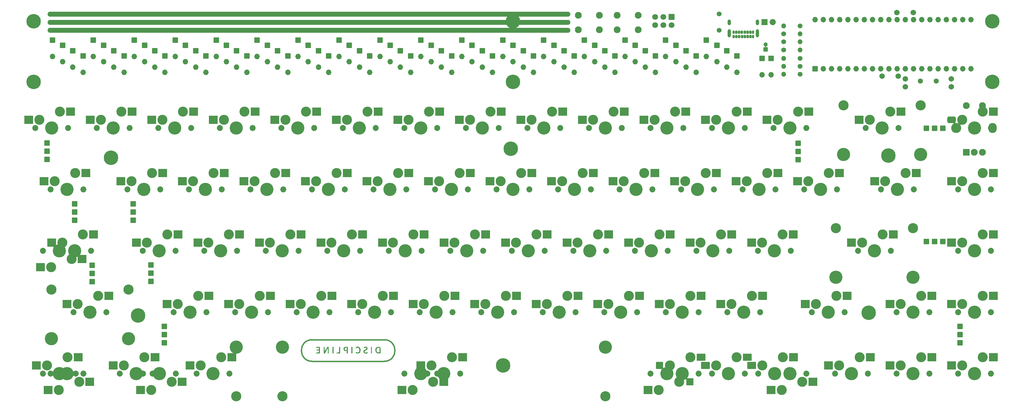
<source format=gbs>
G04 #@! TF.GenerationSoftware,KiCad,Pcbnew,(6.0.2)*
G04 #@! TF.CreationDate,2022-04-10T20:08:41+05:30*
G04 #@! TF.ProjectId,discipline-pcb,64697363-6970-46c6-996e-652d7063622e,rev?*
G04 #@! TF.SameCoordinates,Original*
G04 #@! TF.FileFunction,Soldermask,Bot*
G04 #@! TF.FilePolarity,Negative*
%FSLAX46Y46*%
G04 Gerber Fmt 4.6, Leading zero omitted, Abs format (unit mm)*
G04 Created by KiCad (PCBNEW (6.0.2)) date 2022-04-10 20:08:41*
%MOMM*%
%LPD*%
G01*
G04 APERTURE LIST*
G04 Aperture macros list*
%AMRoundRect*
0 Rectangle with rounded corners*
0 $1 Rounding radius*
0 $2 $3 $4 $5 $6 $7 $8 $9 X,Y pos of 4 corners*
0 Add a 4 corners polygon primitive as box body*
4,1,4,$2,$3,$4,$5,$6,$7,$8,$9,$2,$3,0*
0 Add four circle primitives for the rounded corners*
1,1,$1+$1,$2,$3*
1,1,$1+$1,$4,$5*
1,1,$1+$1,$6,$7*
1,1,$1+$1,$8,$9*
0 Add four rect primitives between the rounded corners*
20,1,$1+$1,$2,$3,$4,$5,0*
20,1,$1+$1,$4,$5,$6,$7,0*
20,1,$1+$1,$6,$7,$8,$9,0*
20,1,$1+$1,$8,$9,$2,$3,0*%
G04 Aperture macros list end*
%ADD10C,1.500000*%
%ADD11C,0.010000*%
%ADD12C,0.400000*%
%ADD13C,3.150000*%
%ADD14C,4.089800*%
%ADD15RoundRect,0.051000X0.762000X0.762000X-0.762000X0.762000X-0.762000X-0.762000X0.762000X-0.762000X0*%
%ADD16RoundRect,0.051000X0.800000X-0.800000X0.800000X0.800000X-0.800000X0.800000X-0.800000X-0.800000X0*%
%ADD17O,1.702000X1.702000*%
%ADD18RoundRect,0.051000X-0.762000X0.762000X-0.762000X-0.762000X0.762000X-0.762000X0.762000X0.762000X0*%
%ADD19RoundRect,0.051000X0.762000X-0.762000X0.762000X0.762000X-0.762000X0.762000X-0.762000X-0.762000X0*%
%ADD20C,4.502000*%
%ADD21RoundRect,0.051000X1.000000X-1.000000X1.000000X1.000000X-1.000000X1.000000X-1.000000X-1.000000X0*%
%ADD22C,2.102000*%
%ADD23O,3.102000X3.102000*%
%ADD24O,2.602000X3.102000*%
%ADD25RoundRect,0.051000X-1.275000X-1.250000X1.275000X-1.250000X1.275000X1.250000X-1.275000X1.250000X0*%
%ADD26C,1.852000*%
%ADD27C,3.102000*%
%ADD28RoundRect,0.051000X-1.275000X-1.050000X1.275000X-1.050000X1.275000X1.050000X-1.275000X1.050000X0*%
%ADD29RoundRect,0.051000X-1.050000X-1.050000X1.050000X-1.050000X1.050000X1.050000X-1.050000X1.050000X0*%
%ADD30RoundRect,0.051000X1.275000X1.250000X-1.275000X1.250000X-1.275000X-1.250000X1.275000X-1.250000X0*%
%ADD31RoundRect,0.051000X1.050000X1.050000X-1.050000X1.050000X-1.050000X-1.050000X1.050000X-1.050000X0*%
%ADD32RoundRect,0.551000X-0.775000X-0.500000X0.775000X-0.500000X0.775000X0.500000X-0.775000X0.500000X0*%
%ADD33C,1.702000*%
%ADD34RoundRect,0.051000X0.600000X-0.600000X0.600000X0.600000X-0.600000X0.600000X-0.600000X-0.600000X0*%
%ADD35C,1.302000*%
%ADD36O,1.502000X1.502000*%
%ADD37C,1.502000*%
%ADD38RoundRect,0.051000X0.850000X0.850000X-0.850000X0.850000X-0.850000X-0.850000X0.850000X-0.850000X0*%
%ADD39C,1.802000*%
%ADD40C,1.602000*%
%ADD41C,1.902000*%
%ADD42RoundRect,0.051000X-0.900000X-0.900000X0.900000X-0.900000X0.900000X0.900000X-0.900000X0.900000X0*%
%ADD43O,0.752000X1.102000*%
%ADD44O,1.002000X2.502000*%
%ADD45O,1.002000X1.802000*%
%ADD46RoundRect,0.051000X-0.800000X0.800000X-0.800000X-0.800000X0.800000X-0.800000X0.800000X0.800000X0*%
G04 APERTURE END LIST*
D10*
X62883004Y-61986290D02*
X223254308Y-61986290D01*
X62883004Y-59503020D02*
X223254308Y-59503020D01*
X62883004Y-64469560D02*
X223254308Y-64469560D01*
D11*
X160303980Y-162650150D02*
X160180909Y-162684296D01*
X160180909Y-162684296D02*
X160088420Y-162728554D01*
X160088420Y-162728554D02*
X160046194Y-162773391D01*
X160046194Y-162773391D02*
X160028328Y-162857763D01*
X160028328Y-162857763D02*
X160035111Y-162931595D01*
X160035111Y-162931595D02*
X160054840Y-162961945D01*
X160054840Y-162961945D02*
X160098499Y-162958916D01*
X160098499Y-162958916D02*
X160175184Y-162930900D01*
X160175184Y-162930900D02*
X160208658Y-162914901D01*
X160208658Y-162914901D02*
X160366587Y-162858251D01*
X160366587Y-162858251D02*
X160515671Y-162847564D01*
X160515671Y-162847564D02*
X160645003Y-162878974D01*
X160645003Y-162878974D02*
X160743677Y-162948617D01*
X160743677Y-162948617D02*
X160800786Y-163052629D01*
X160800786Y-163052629D02*
X160810568Y-163128169D01*
X160810568Y-163128169D02*
X160787179Y-163240997D01*
X160787179Y-163240997D02*
X160713307Y-163340158D01*
X160713307Y-163340158D02*
X160583396Y-163431459D01*
X160583396Y-163431459D02*
X160463980Y-163490354D01*
X160463980Y-163490354D02*
X160236766Y-163606298D01*
X160236766Y-163606298D02*
X160073448Y-163724770D01*
X160073448Y-163724770D02*
X159990080Y-163819849D01*
X159990080Y-163819849D02*
X159947881Y-163927832D01*
X159947881Y-163927832D02*
X159930175Y-164068767D01*
X159930175Y-164068767D02*
X159937654Y-164214800D01*
X159937654Y-164214800D02*
X159971011Y-164338078D01*
X159971011Y-164338078D02*
X159976876Y-164350194D01*
X159976876Y-164350194D02*
X160086250Y-164493769D01*
X160086250Y-164493769D02*
X160239843Y-164598390D01*
X160239843Y-164598390D02*
X160426856Y-164660265D01*
X160426856Y-164660265D02*
X160636489Y-164675603D01*
X160636489Y-164675603D02*
X160826892Y-164648620D01*
X160826892Y-164648620D02*
X160943481Y-164610095D01*
X160943481Y-164610095D02*
X161045629Y-164558593D01*
X161045629Y-164558593D02*
X161109427Y-164506351D01*
X161109427Y-164506351D02*
X161112061Y-164502652D01*
X161112061Y-164502652D02*
X161133370Y-164437173D01*
X161133370Y-164437173D02*
X161132748Y-164361057D01*
X161132748Y-164361057D02*
X161111144Y-164308359D01*
X161111144Y-164308359D02*
X161106550Y-164304820D01*
X161106550Y-164304820D02*
X161061885Y-164307535D01*
X161061885Y-164307535D02*
X160983487Y-164335935D01*
X160983487Y-164335935D02*
X160939792Y-164356995D01*
X160939792Y-164356995D02*
X160765621Y-164424087D01*
X160765621Y-164424087D02*
X160597972Y-164446056D01*
X160597972Y-164446056D02*
X160446829Y-164426186D01*
X160446829Y-164426186D02*
X160322175Y-164367761D01*
X160322175Y-164367761D02*
X160233993Y-164274064D01*
X160233993Y-164274064D02*
X160192267Y-164148378D01*
X160192267Y-164148378D02*
X160190260Y-164110470D01*
X160190260Y-164110470D02*
X160211747Y-164021260D01*
X160211747Y-164021260D02*
X160279731Y-163932090D01*
X160279731Y-163932090D02*
X160399495Y-163838044D01*
X160399495Y-163838044D02*
X160576322Y-163734206D01*
X160576322Y-163734206D02*
X160618283Y-163712201D01*
X160618283Y-163712201D02*
X160802221Y-163608427D01*
X160802221Y-163608427D02*
X160931324Y-163511457D01*
X160931324Y-163511457D02*
X161013799Y-163411095D01*
X161013799Y-163411095D02*
X161057855Y-163297144D01*
X161057855Y-163297144D02*
X161071701Y-163159409D01*
X161071701Y-163159409D02*
X161071751Y-163148930D01*
X161071751Y-163148930D02*
X161046077Y-162961799D01*
X161046077Y-162961799D02*
X160969422Y-162815336D01*
X160969422Y-162815336D02*
X160842339Y-162710107D01*
X160842339Y-162710107D02*
X160665380Y-162646681D01*
X160665380Y-162646681D02*
X160569122Y-162631877D01*
X160569122Y-162631877D02*
X160439446Y-162631036D01*
X160439446Y-162631036D02*
X160303980Y-162650150D01*
X160303980Y-162650150D02*
X160303980Y-162650150D01*
G36*
X160569122Y-162631877D02*
G01*
X160665380Y-162646681D01*
X160842339Y-162710107D01*
X160969422Y-162815336D01*
X161046077Y-162961799D01*
X161071751Y-163148930D01*
X161071701Y-163159409D01*
X161057855Y-163297144D01*
X161013799Y-163411095D01*
X160931324Y-163511457D01*
X160802221Y-163608427D01*
X160618283Y-163712201D01*
X160576322Y-163734206D01*
X160399495Y-163838044D01*
X160279731Y-163932090D01*
X160211747Y-164021260D01*
X160190260Y-164110470D01*
X160192267Y-164148378D01*
X160233993Y-164274064D01*
X160322175Y-164367761D01*
X160446829Y-164426186D01*
X160597972Y-164446056D01*
X160765621Y-164424087D01*
X160939792Y-164356995D01*
X160983487Y-164335935D01*
X161061885Y-164307535D01*
X161106550Y-164304820D01*
X161111144Y-164308359D01*
X161132748Y-164361057D01*
X161133370Y-164437173D01*
X161112061Y-164502652D01*
X161109427Y-164506351D01*
X161045629Y-164558593D01*
X160943481Y-164610095D01*
X160826892Y-164648620D01*
X160636489Y-164675603D01*
X160426856Y-164660265D01*
X160239843Y-164598390D01*
X160086250Y-164493769D01*
X159976876Y-164350194D01*
X159971011Y-164338078D01*
X159937654Y-164214800D01*
X159930175Y-164068767D01*
X159947881Y-163927832D01*
X159990080Y-163819849D01*
X160073448Y-163724770D01*
X160236766Y-163606298D01*
X160463980Y-163490354D01*
X160583396Y-163431459D01*
X160713307Y-163340158D01*
X160787179Y-163240997D01*
X160810568Y-163128169D01*
X160800786Y-163052629D01*
X160743677Y-162948617D01*
X160645003Y-162878974D01*
X160515671Y-162847564D01*
X160366587Y-162858251D01*
X160208658Y-162914901D01*
X160175184Y-162930900D01*
X160098499Y-162958916D01*
X160054840Y-162961945D01*
X160035111Y-162931595D01*
X160028328Y-162857763D01*
X160046194Y-162773391D01*
X160088420Y-162728554D01*
X160180909Y-162684296D01*
X160303980Y-162650150D01*
X160439446Y-162631036D01*
X160569122Y-162631877D01*
G37*
X160569122Y-162631877D02*
X160665380Y-162646681D01*
X160842339Y-162710107D01*
X160969422Y-162815336D01*
X161046077Y-162961799D01*
X161071751Y-163148930D01*
X161071701Y-163159409D01*
X161057855Y-163297144D01*
X161013799Y-163411095D01*
X160931324Y-163511457D01*
X160802221Y-163608427D01*
X160618283Y-163712201D01*
X160576322Y-163734206D01*
X160399495Y-163838044D01*
X160279731Y-163932090D01*
X160211747Y-164021260D01*
X160190260Y-164110470D01*
X160192267Y-164148378D01*
X160233993Y-164274064D01*
X160322175Y-164367761D01*
X160446829Y-164426186D01*
X160597972Y-164446056D01*
X160765621Y-164424087D01*
X160939792Y-164356995D01*
X160983487Y-164335935D01*
X161061885Y-164307535D01*
X161106550Y-164304820D01*
X161111144Y-164308359D01*
X161132748Y-164361057D01*
X161133370Y-164437173D01*
X161112061Y-164502652D01*
X161109427Y-164506351D01*
X161045629Y-164558593D01*
X160943481Y-164610095D01*
X160826892Y-164648620D01*
X160636489Y-164675603D01*
X160426856Y-164660265D01*
X160239843Y-164598390D01*
X160086250Y-164493769D01*
X159976876Y-164350194D01*
X159971011Y-164338078D01*
X159937654Y-164214800D01*
X159930175Y-164068767D01*
X159947881Y-163927832D01*
X159990080Y-163819849D01*
X160073448Y-163724770D01*
X160236766Y-163606298D01*
X160463980Y-163490354D01*
X160583396Y-163431459D01*
X160713307Y-163340158D01*
X160787179Y-163240997D01*
X160810568Y-163128169D01*
X160800786Y-163052629D01*
X160743677Y-162948617D01*
X160645003Y-162878974D01*
X160515671Y-162847564D01*
X160366587Y-162858251D01*
X160208658Y-162914901D01*
X160175184Y-162930900D01*
X160098499Y-162958916D01*
X160054840Y-162961945D01*
X160035111Y-162931595D01*
X160028328Y-162857763D01*
X160046194Y-162773391D01*
X160088420Y-162728554D01*
X160180909Y-162684296D01*
X160303980Y-162650150D01*
X160439446Y-162631036D01*
X160569122Y-162631877D01*
X157954214Y-162635959D02*
X157741356Y-162690119D01*
X157741356Y-162690119D02*
X157682638Y-162716878D01*
X157682638Y-162716878D02*
X157578113Y-162784344D01*
X157578113Y-162784344D02*
X157525844Y-162860616D01*
X157525844Y-162860616D02*
X157513139Y-162949349D01*
X157513139Y-162949349D02*
X157528111Y-163012693D01*
X157528111Y-163012693D02*
X157575871Y-163026512D01*
X157575871Y-163026512D02*
X157660679Y-162991031D01*
X157660679Y-162991031D02*
X157710835Y-162959858D01*
X157710835Y-162959858D02*
X157849010Y-162891158D01*
X157849010Y-162891158D02*
X158009659Y-162860803D01*
X158009659Y-162860803D02*
X158030294Y-162859344D01*
X158030294Y-162859344D02*
X158219538Y-162872186D01*
X158219538Y-162872186D02*
X158373017Y-162938547D01*
X158373017Y-162938547D02*
X158496213Y-163061565D01*
X158496213Y-163061565D02*
X158555951Y-163160111D01*
X158555951Y-163160111D02*
X158594535Y-163242415D01*
X158594535Y-163242415D02*
X158619110Y-163320306D01*
X158619110Y-163320306D02*
X158632723Y-163412270D01*
X158632723Y-163412270D02*
X158638419Y-163536793D01*
X158638419Y-163536793D02*
X158639326Y-163666152D01*
X158639326Y-163666152D02*
X158637283Y-163830258D01*
X158637283Y-163830258D02*
X158629527Y-163946696D01*
X158629527Y-163946696D02*
X158613343Y-164033021D01*
X158613343Y-164033021D02*
X158586015Y-164106793D01*
X158586015Y-164106793D02*
X158564552Y-164149694D01*
X158564552Y-164149694D02*
X158454067Y-164293309D01*
X158454067Y-164293309D02*
X158307800Y-164390362D01*
X158307800Y-164390362D02*
X158137995Y-164438527D01*
X158137995Y-164438527D02*
X157956897Y-164435479D01*
X157956897Y-164435479D02*
X157776751Y-164378891D01*
X157776751Y-164378891D02*
X157674782Y-164318677D01*
X157674782Y-164318677D02*
X157603164Y-164274662D01*
X157603164Y-164274662D02*
X157551220Y-164254634D01*
X157551220Y-164254634D02*
X157548909Y-164254519D01*
X157548909Y-164254519D02*
X157518111Y-164280286D01*
X157518111Y-164280286D02*
X157512684Y-164343086D01*
X157512684Y-164343086D02*
X157529579Y-164421166D01*
X157529579Y-164421166D02*
X157565744Y-164492776D01*
X157565744Y-164492776D02*
X157585478Y-164515256D01*
X157585478Y-164515256D02*
X157706153Y-164591254D01*
X157706153Y-164591254D02*
X157869350Y-164643959D01*
X157869350Y-164643959D02*
X158055395Y-164669959D01*
X158055395Y-164669959D02*
X158244618Y-164665847D01*
X158244618Y-164665847D02*
X158350288Y-164647796D01*
X158350288Y-164647796D02*
X158537799Y-164571180D01*
X158537799Y-164571180D02*
X158693729Y-164441890D01*
X158693729Y-164441890D02*
X158814756Y-164266117D01*
X158814756Y-164266117D02*
X158897561Y-164050050D01*
X158897561Y-164050050D02*
X158938822Y-163799878D01*
X158938822Y-163799878D02*
X158937841Y-163552590D01*
X158937841Y-163552590D02*
X158896236Y-163300088D01*
X158896236Y-163300088D02*
X158815123Y-163078068D01*
X158815123Y-163078068D02*
X158699359Y-162897078D01*
X158699359Y-162897078D02*
X158586516Y-162789979D01*
X158586516Y-162789979D02*
X158394655Y-162687333D01*
X158394655Y-162687333D02*
X158177934Y-162635512D01*
X158177934Y-162635512D02*
X157954214Y-162635959D01*
X157954214Y-162635959D02*
X157954214Y-162635959D01*
G36*
X158394655Y-162687333D02*
G01*
X158586516Y-162789979D01*
X158699359Y-162897078D01*
X158815123Y-163078068D01*
X158896236Y-163300088D01*
X158937841Y-163552590D01*
X158938822Y-163799878D01*
X158897561Y-164050050D01*
X158814756Y-164266117D01*
X158693729Y-164441890D01*
X158537799Y-164571180D01*
X158350288Y-164647796D01*
X158244618Y-164665847D01*
X158055395Y-164669959D01*
X157869350Y-164643959D01*
X157706153Y-164591254D01*
X157585478Y-164515256D01*
X157565744Y-164492776D01*
X157529579Y-164421166D01*
X157512684Y-164343086D01*
X157518111Y-164280286D01*
X157548909Y-164254519D01*
X157551220Y-164254634D01*
X157603164Y-164274662D01*
X157674782Y-164318677D01*
X157776751Y-164378891D01*
X157956897Y-164435479D01*
X158137995Y-164438527D01*
X158307800Y-164390362D01*
X158454067Y-164293309D01*
X158564552Y-164149694D01*
X158586015Y-164106793D01*
X158613343Y-164033021D01*
X158629527Y-163946696D01*
X158637283Y-163830258D01*
X158639326Y-163666152D01*
X158638419Y-163536793D01*
X158632723Y-163412270D01*
X158619110Y-163320306D01*
X158594535Y-163242415D01*
X158555951Y-163160111D01*
X158496213Y-163061565D01*
X158373017Y-162938547D01*
X158219538Y-162872186D01*
X158030294Y-162859344D01*
X158009659Y-162860803D01*
X157849010Y-162891158D01*
X157710835Y-162959858D01*
X157660679Y-162991031D01*
X157575871Y-163026512D01*
X157528111Y-163012693D01*
X157513139Y-162949349D01*
X157525844Y-162860616D01*
X157578113Y-162784344D01*
X157682638Y-162716878D01*
X157741356Y-162690119D01*
X157954214Y-162635959D01*
X158177934Y-162635512D01*
X158394655Y-162687333D01*
G37*
X158394655Y-162687333D02*
X158586516Y-162789979D01*
X158699359Y-162897078D01*
X158815123Y-163078068D01*
X158896236Y-163300088D01*
X158937841Y-163552590D01*
X158938822Y-163799878D01*
X158897561Y-164050050D01*
X158814756Y-164266117D01*
X158693729Y-164441890D01*
X158537799Y-164571180D01*
X158350288Y-164647796D01*
X158244618Y-164665847D01*
X158055395Y-164669959D01*
X157869350Y-164643959D01*
X157706153Y-164591254D01*
X157585478Y-164515256D01*
X157565744Y-164492776D01*
X157529579Y-164421166D01*
X157512684Y-164343086D01*
X157518111Y-164280286D01*
X157548909Y-164254519D01*
X157551220Y-164254634D01*
X157603164Y-164274662D01*
X157674782Y-164318677D01*
X157776751Y-164378891D01*
X157956897Y-164435479D01*
X158137995Y-164438527D01*
X158307800Y-164390362D01*
X158454067Y-164293309D01*
X158564552Y-164149694D01*
X158586015Y-164106793D01*
X158613343Y-164033021D01*
X158629527Y-163946696D01*
X158637283Y-163830258D01*
X158639326Y-163666152D01*
X158638419Y-163536793D01*
X158632723Y-163412270D01*
X158619110Y-163320306D01*
X158594535Y-163242415D01*
X158555951Y-163160111D01*
X158496213Y-163061565D01*
X158373017Y-162938547D01*
X158219538Y-162872186D01*
X158030294Y-162859344D01*
X158009659Y-162860803D01*
X157849010Y-162891158D01*
X157710835Y-162959858D01*
X157660679Y-162991031D01*
X157575871Y-163026512D01*
X157528111Y-163012693D01*
X157513139Y-162949349D01*
X157525844Y-162860616D01*
X157578113Y-162784344D01*
X157682638Y-162716878D01*
X157741356Y-162690119D01*
X157954214Y-162635959D01*
X158177934Y-162635512D01*
X158394655Y-162687333D01*
X164517808Y-162663531D02*
X164304699Y-162687634D01*
X164304699Y-162687634D02*
X164128105Y-162736457D01*
X164128105Y-162736457D02*
X163975173Y-162812457D01*
X163975173Y-162812457D02*
X163968020Y-162816950D01*
X163968020Y-162816950D02*
X163816407Y-162950535D01*
X163816407Y-162950535D02*
X163702555Y-163130150D01*
X163702555Y-163130150D02*
X163629620Y-163346453D01*
X163629620Y-163346453D02*
X163600760Y-163590101D01*
X163600760Y-163590101D02*
X163618869Y-163850102D01*
X163618869Y-163850102D02*
X163681188Y-164098167D01*
X163681188Y-164098167D02*
X163782652Y-164296471D01*
X163782652Y-164296471D02*
X163926600Y-164449859D01*
X163926600Y-164449859D02*
X164107998Y-164559414D01*
X164107998Y-164559414D02*
X164199174Y-164588215D01*
X164199174Y-164588215D02*
X164327241Y-164612240D01*
X164327241Y-164612240D02*
X164478383Y-164630801D01*
X164478383Y-164630801D02*
X164638781Y-164643212D01*
X164638781Y-164643212D02*
X164794618Y-164648785D01*
X164794618Y-164648785D02*
X164932077Y-164646834D01*
X164932077Y-164646834D02*
X165037341Y-164636671D01*
X165037341Y-164636671D02*
X165096591Y-164617610D01*
X165096591Y-164617610D02*
X165103818Y-164608931D01*
X165103818Y-164608931D02*
X165107953Y-164565780D01*
X165107953Y-164565780D02*
X165111141Y-164465980D01*
X165111141Y-164465980D02*
X165113305Y-164318171D01*
X165113305Y-164318171D02*
X165114372Y-164130992D01*
X165114372Y-164130992D02*
X165114265Y-163913086D01*
X165114265Y-163913086D02*
X165112911Y-163673092D01*
X165112911Y-163673092D02*
X165112431Y-163617489D01*
X165112431Y-163617489D02*
X165105702Y-162883310D01*
X165105702Y-162883310D02*
X164858897Y-162883310D01*
X164858897Y-162883310D02*
X164858897Y-164417758D01*
X164858897Y-164417758D02*
X164604633Y-164417758D01*
X164604633Y-164417758D02*
X164447425Y-164412346D01*
X164447425Y-164412346D02*
X164329965Y-164393063D01*
X164329965Y-164393063D02*
X164227373Y-164355341D01*
X164227373Y-164355341D02*
X164204697Y-164344300D01*
X164204697Y-164344300D02*
X164066807Y-164246591D01*
X164066807Y-164246591D02*
X163969737Y-164109937D01*
X163969737Y-164109937D02*
X163910112Y-163927864D01*
X163910112Y-163927864D02*
X163886448Y-163734335D01*
X163886448Y-163734335D02*
X163887629Y-163502917D01*
X163887629Y-163502917D02*
X163922865Y-163316878D01*
X163922865Y-163316878D02*
X163995265Y-163164100D01*
X163995265Y-163164100D02*
X164051728Y-163090229D01*
X164051728Y-163090229D02*
X164158409Y-162989823D01*
X164158409Y-162989823D02*
X164277628Y-162926035D01*
X164277628Y-162926035D02*
X164426331Y-162892618D01*
X164426331Y-162892618D02*
X164612990Y-162883310D01*
X164612990Y-162883310D02*
X164858897Y-162883310D01*
X164858897Y-162883310D02*
X165105702Y-162883310D01*
X165105702Y-162883310D02*
X165103756Y-162671099D01*
X165103756Y-162671099D02*
X164780284Y-162661693D01*
X164780284Y-162661693D02*
X164517808Y-162663531D01*
X164517808Y-162663531D02*
X164517808Y-162663531D01*
G36*
X165112911Y-163673092D02*
G01*
X165114265Y-163913086D01*
X165114372Y-164130992D01*
X165113305Y-164318171D01*
X165111141Y-164465980D01*
X165107953Y-164565780D01*
X165103818Y-164608931D01*
X165096591Y-164617610D01*
X165037341Y-164636671D01*
X164932077Y-164646834D01*
X164794618Y-164648785D01*
X164638781Y-164643212D01*
X164478383Y-164630801D01*
X164327241Y-164612240D01*
X164199174Y-164588215D01*
X164107998Y-164559414D01*
X163926600Y-164449859D01*
X163782652Y-164296471D01*
X163681188Y-164098167D01*
X163618869Y-163850102D01*
X163610806Y-163734335D01*
X163886448Y-163734335D01*
X163910112Y-163927864D01*
X163969737Y-164109937D01*
X164066807Y-164246591D01*
X164204697Y-164344300D01*
X164227373Y-164355341D01*
X164329965Y-164393063D01*
X164447425Y-164412346D01*
X164604633Y-164417758D01*
X164858897Y-164417758D01*
X164858897Y-162883310D01*
X164612990Y-162883310D01*
X164426331Y-162892618D01*
X164277628Y-162926035D01*
X164158409Y-162989823D01*
X164051728Y-163090229D01*
X163995265Y-163164100D01*
X163922865Y-163316878D01*
X163887629Y-163502917D01*
X163886448Y-163734335D01*
X163610806Y-163734335D01*
X163600760Y-163590101D01*
X163629620Y-163346453D01*
X163702555Y-163130150D01*
X163816407Y-162950535D01*
X163968020Y-162816950D01*
X163975173Y-162812457D01*
X164128105Y-162736457D01*
X164304699Y-162687634D01*
X164517808Y-162663531D01*
X164780284Y-162661693D01*
X165103756Y-162671099D01*
X165105702Y-162883310D01*
X165112431Y-163617489D01*
X165112911Y-163673092D01*
G37*
X165112911Y-163673092D02*
X165114265Y-163913086D01*
X165114372Y-164130992D01*
X165113305Y-164318171D01*
X165111141Y-164465980D01*
X165107953Y-164565780D01*
X165103818Y-164608931D01*
X165096591Y-164617610D01*
X165037341Y-164636671D01*
X164932077Y-164646834D01*
X164794618Y-164648785D01*
X164638781Y-164643212D01*
X164478383Y-164630801D01*
X164327241Y-164612240D01*
X164199174Y-164588215D01*
X164107998Y-164559414D01*
X163926600Y-164449859D01*
X163782652Y-164296471D01*
X163681188Y-164098167D01*
X163618869Y-163850102D01*
X163610806Y-163734335D01*
X163886448Y-163734335D01*
X163910112Y-163927864D01*
X163969737Y-164109937D01*
X164066807Y-164246591D01*
X164204697Y-164344300D01*
X164227373Y-164355341D01*
X164329965Y-164393063D01*
X164447425Y-164412346D01*
X164604633Y-164417758D01*
X164858897Y-164417758D01*
X164858897Y-162883310D01*
X164612990Y-162883310D01*
X164426331Y-162892618D01*
X164277628Y-162926035D01*
X164158409Y-162989823D01*
X164051728Y-163090229D01*
X163995265Y-163164100D01*
X163922865Y-163316878D01*
X163887629Y-163502917D01*
X163886448Y-163734335D01*
X163610806Y-163734335D01*
X163600760Y-163590101D01*
X163629620Y-163346453D01*
X163702555Y-163130150D01*
X163816407Y-162950535D01*
X163968020Y-162816950D01*
X163975173Y-162812457D01*
X164128105Y-162736457D01*
X164304699Y-162687634D01*
X164517808Y-162663531D01*
X164780284Y-162661693D01*
X165103756Y-162671099D01*
X165105702Y-162883310D01*
X165112431Y-163617489D01*
X165112911Y-163673092D01*
X162230748Y-164629968D02*
X162337078Y-164640216D01*
X162337078Y-164640216D02*
X162423078Y-164635155D01*
X162423078Y-164635155D02*
X162460021Y-164607170D01*
X162460021Y-164607170D02*
X162463982Y-164564485D01*
X162463982Y-164564485D02*
X162467013Y-164465130D01*
X162467013Y-164465130D02*
X162469043Y-164317724D01*
X162469043Y-164317724D02*
X162470004Y-164130887D01*
X162470004Y-164130887D02*
X162469827Y-163913238D01*
X162469827Y-163913238D02*
X162468441Y-163673398D01*
X162468441Y-163673398D02*
X162467958Y-163617489D01*
X162467958Y-163617489D02*
X162459283Y-162671099D01*
X162459283Y-162671099D02*
X162230748Y-162671099D01*
X162230748Y-162671099D02*
X162230748Y-164629968D01*
X162230748Y-164629968D02*
X162230748Y-164629968D01*
G36*
X162467958Y-163617489D02*
G01*
X162468441Y-163673398D01*
X162469827Y-163913238D01*
X162470004Y-164130887D01*
X162469043Y-164317724D01*
X162467013Y-164465130D01*
X162463982Y-164564485D01*
X162460021Y-164607170D01*
X162423078Y-164635155D01*
X162337078Y-164640216D01*
X162230748Y-164629968D01*
X162230748Y-162671099D01*
X162459283Y-162671099D01*
X162467958Y-163617489D01*
G37*
X162467958Y-163617489D02*
X162468441Y-163673398D01*
X162469827Y-163913238D01*
X162470004Y-164130887D01*
X162469043Y-164317724D01*
X162467013Y-164465130D01*
X162463982Y-164564485D01*
X162460021Y-164607170D01*
X162423078Y-164635155D01*
X162337078Y-164640216D01*
X162230748Y-164629968D01*
X162230748Y-162671099D01*
X162459283Y-162671099D01*
X162467958Y-163617489D01*
X156207226Y-164646292D02*
X156322518Y-164646292D01*
X156322518Y-164646292D02*
X156403405Y-164635741D01*
X156403405Y-164635741D02*
X156451013Y-164609863D01*
X156451013Y-164609863D02*
X156453623Y-164605085D01*
X156453623Y-164605085D02*
X156457379Y-164562951D01*
X156457379Y-164562951D02*
X156460224Y-164464122D01*
X156460224Y-164464122D02*
X156462095Y-164317194D01*
X156462095Y-164317194D02*
X156462931Y-164130761D01*
X156462931Y-164130761D02*
X156462669Y-163913418D01*
X156462669Y-163913418D02*
X156461248Y-163673761D01*
X156461248Y-163673761D02*
X156460760Y-163617489D01*
X156460760Y-163617489D02*
X156452085Y-162671099D01*
X156452085Y-162671099D02*
X156329656Y-162660967D01*
X156329656Y-162660967D02*
X156207226Y-162650834D01*
X156207226Y-162650834D02*
X156207226Y-164646292D01*
X156207226Y-164646292D02*
X156207226Y-164646292D01*
G36*
X156329656Y-162660967D02*
G01*
X156452085Y-162671099D01*
X156460760Y-163617489D01*
X156461248Y-163673761D01*
X156462669Y-163913418D01*
X156462931Y-164130761D01*
X156462095Y-164317194D01*
X156460224Y-164464122D01*
X156457379Y-164562951D01*
X156453623Y-164605085D01*
X156451013Y-164609863D01*
X156403405Y-164635741D01*
X156322518Y-164646292D01*
X156207226Y-164646292D01*
X156207226Y-162650834D01*
X156329656Y-162660967D01*
G37*
X156329656Y-162660967D02*
X156452085Y-162671099D01*
X156460760Y-163617489D01*
X156461248Y-163673761D01*
X156462669Y-163913418D01*
X156462931Y-164130761D01*
X156462095Y-164317194D01*
X156460224Y-164464122D01*
X156457379Y-164562951D01*
X156453623Y-164605085D01*
X156451013Y-164609863D01*
X156403405Y-164635741D01*
X156322518Y-164646292D01*
X156207226Y-164646292D01*
X156207226Y-162650834D01*
X156329656Y-162660967D01*
X154498950Y-162660711D02*
X154328807Y-162669015D01*
X154328807Y-162669015D02*
X154208260Y-162680525D01*
X154208260Y-162680525D02*
X154121607Y-162698121D01*
X154121607Y-162698121D02*
X154053149Y-162724684D01*
X154053149Y-162724684D02*
X154005997Y-162751175D01*
X154005997Y-162751175D02*
X153879408Y-162851186D01*
X153879408Y-162851186D02*
X153801397Y-162971445D01*
X153801397Y-162971445D02*
X153764624Y-163126571D01*
X153764624Y-163126571D02*
X153759299Y-163242436D01*
X153759299Y-163242436D02*
X153783009Y-163453977D01*
X153783009Y-163453977D02*
X153854154Y-163622394D01*
X153854154Y-163622394D02*
X153974128Y-163748994D01*
X153974128Y-163748994D02*
X154144328Y-163835080D01*
X154144328Y-163835080D02*
X154366147Y-163881960D01*
X154366147Y-163881960D02*
X154450225Y-163889009D01*
X154450225Y-163889009D02*
X154705427Y-163903782D01*
X154705427Y-163903782D02*
X154705427Y-164646292D01*
X154705427Y-164646292D02*
X154814253Y-164646292D01*
X154814253Y-164646292D02*
X154894923Y-164640319D01*
X154894923Y-164640319D02*
X154943370Y-164625812D01*
X154943370Y-164625812D02*
X154944844Y-164624527D01*
X154944844Y-164624527D02*
X154950426Y-164587498D01*
X154950426Y-164587498D02*
X154955479Y-164493586D01*
X154955479Y-164493586D02*
X154959811Y-164351203D01*
X154959811Y-164351203D02*
X154963232Y-164168760D01*
X154963232Y-164168760D02*
X154965551Y-163954668D01*
X154965551Y-163954668D02*
X154966576Y-163717340D01*
X154966576Y-163717340D02*
X154966609Y-163665414D01*
X154966609Y-163665414D02*
X154966172Y-163387409D01*
X154966172Y-163387409D02*
X154964628Y-163167721D01*
X154964628Y-163167721D02*
X154961626Y-162999379D01*
X154961626Y-162999379D02*
X154957124Y-162883310D01*
X154957124Y-162883310D02*
X154705427Y-162883310D01*
X154705427Y-162883310D02*
X154705427Y-163269643D01*
X154705427Y-163269643D02*
X154703686Y-163422368D01*
X154703686Y-163422368D02*
X154698950Y-163550448D01*
X154698950Y-163550448D02*
X154691947Y-163640207D01*
X154691947Y-163640207D02*
X154683662Y-163677740D01*
X154683662Y-163677740D02*
X154631662Y-163694686D01*
X154631662Y-163694686D02*
X154538225Y-163698293D01*
X154538225Y-163698293D02*
X154425690Y-163689223D01*
X154425690Y-163689223D02*
X154316399Y-163668137D01*
X154316399Y-163668137D02*
X154311229Y-163666725D01*
X154311229Y-163666725D02*
X154172297Y-163602535D01*
X154172297Y-163602535D02*
X154080919Y-163497595D01*
X154080919Y-163497595D02*
X154033096Y-163346643D01*
X154033096Y-163346643D02*
X154026708Y-163292377D01*
X154026708Y-163292377D02*
X154021132Y-163185561D01*
X154021132Y-163185561D02*
X154032974Y-163116034D01*
X154032974Y-163116034D02*
X154071603Y-163056290D01*
X154071603Y-163056290D02*
X154126842Y-162998296D01*
X154126842Y-162998296D02*
X154191221Y-162937956D01*
X154191221Y-162937956D02*
X154247496Y-162903537D01*
X154247496Y-162903537D02*
X154317530Y-162887790D01*
X154317530Y-162887790D02*
X154423184Y-162883466D01*
X154423184Y-162883466D02*
X154473627Y-162883310D01*
X154473627Y-162883310D02*
X154705427Y-162883310D01*
X154705427Y-162883310D02*
X154957124Y-162883310D01*
X154957124Y-162883310D02*
X154956817Y-162875408D01*
X154956817Y-162875408D02*
X154949851Y-162788836D01*
X154949851Y-162788836D02*
X154940377Y-162732690D01*
X154940377Y-162732690D02*
X154928045Y-162699996D01*
X154928045Y-162699996D02*
X154917510Y-162687318D01*
X154917510Y-162687318D02*
X154869382Y-162668250D01*
X154869382Y-162668250D02*
X154777155Y-162658270D01*
X154777155Y-162658270D02*
X154633129Y-162656887D01*
X154633129Y-162656887D02*
X154498950Y-162660711D01*
X154498950Y-162660711D02*
X154498950Y-162660711D01*
G36*
X154964628Y-163167721D02*
G01*
X154966172Y-163387409D01*
X154966609Y-163665414D01*
X154966576Y-163717340D01*
X154965551Y-163954668D01*
X154963232Y-164168760D01*
X154959811Y-164351203D01*
X154955479Y-164493586D01*
X154950426Y-164587498D01*
X154944844Y-164624527D01*
X154943370Y-164625812D01*
X154894923Y-164640319D01*
X154814253Y-164646292D01*
X154705427Y-164646292D01*
X154705427Y-163903782D01*
X154450225Y-163889009D01*
X154366147Y-163881960D01*
X154144328Y-163835080D01*
X153974128Y-163748994D01*
X153854154Y-163622394D01*
X153783009Y-163453977D01*
X153759299Y-163242436D01*
X153761913Y-163185561D01*
X154021132Y-163185561D01*
X154026708Y-163292377D01*
X154033096Y-163346643D01*
X154080919Y-163497595D01*
X154172297Y-163602535D01*
X154311229Y-163666725D01*
X154316399Y-163668137D01*
X154425690Y-163689223D01*
X154538225Y-163698293D01*
X154631662Y-163694686D01*
X154683662Y-163677740D01*
X154691947Y-163640207D01*
X154698950Y-163550448D01*
X154703686Y-163422368D01*
X154705427Y-163269643D01*
X154705427Y-162883310D01*
X154473627Y-162883310D01*
X154423184Y-162883466D01*
X154317530Y-162887790D01*
X154247496Y-162903537D01*
X154191221Y-162937956D01*
X154126842Y-162998296D01*
X154071603Y-163056290D01*
X154032974Y-163116034D01*
X154021132Y-163185561D01*
X153761913Y-163185561D01*
X153764624Y-163126571D01*
X153801397Y-162971445D01*
X153879408Y-162851186D01*
X154005997Y-162751175D01*
X154053149Y-162724684D01*
X154121607Y-162698121D01*
X154208260Y-162680525D01*
X154328807Y-162669015D01*
X154498950Y-162660711D01*
X154633129Y-162656887D01*
X154777155Y-162658270D01*
X154869382Y-162668250D01*
X154917510Y-162687318D01*
X154928045Y-162699996D01*
X154940377Y-162732690D01*
X154949851Y-162788836D01*
X154956817Y-162875408D01*
X154957124Y-162883310D01*
X154961626Y-162999379D01*
X154964628Y-163167721D01*
G37*
X154964628Y-163167721D02*
X154966172Y-163387409D01*
X154966609Y-163665414D01*
X154966576Y-163717340D01*
X154965551Y-163954668D01*
X154963232Y-164168760D01*
X154959811Y-164351203D01*
X154955479Y-164493586D01*
X154950426Y-164587498D01*
X154944844Y-164624527D01*
X154943370Y-164625812D01*
X154894923Y-164640319D01*
X154814253Y-164646292D01*
X154705427Y-164646292D01*
X154705427Y-163903782D01*
X154450225Y-163889009D01*
X154366147Y-163881960D01*
X154144328Y-163835080D01*
X153974128Y-163748994D01*
X153854154Y-163622394D01*
X153783009Y-163453977D01*
X153759299Y-163242436D01*
X153761913Y-163185561D01*
X154021132Y-163185561D01*
X154026708Y-163292377D01*
X154033096Y-163346643D01*
X154080919Y-163497595D01*
X154172297Y-163602535D01*
X154311229Y-163666725D01*
X154316399Y-163668137D01*
X154425690Y-163689223D01*
X154538225Y-163698293D01*
X154631662Y-163694686D01*
X154683662Y-163677740D01*
X154691947Y-163640207D01*
X154698950Y-163550448D01*
X154703686Y-163422368D01*
X154705427Y-163269643D01*
X154705427Y-162883310D01*
X154473627Y-162883310D01*
X154423184Y-162883466D01*
X154317530Y-162887790D01*
X154247496Y-162903537D01*
X154191221Y-162937956D01*
X154126842Y-162998296D01*
X154071603Y-163056290D01*
X154032974Y-163116034D01*
X154021132Y-163185561D01*
X153761913Y-163185561D01*
X153764624Y-163126571D01*
X153801397Y-162971445D01*
X153879408Y-162851186D01*
X154005997Y-162751175D01*
X154053149Y-162724684D01*
X154121607Y-162698121D01*
X154208260Y-162680525D01*
X154328807Y-162669015D01*
X154498950Y-162660711D01*
X154633129Y-162656887D01*
X154777155Y-162658270D01*
X154869382Y-162668250D01*
X154917510Y-162687318D01*
X154928045Y-162699996D01*
X154940377Y-162732690D01*
X154949851Y-162788836D01*
X154956817Y-162875408D01*
X154957124Y-162883310D01*
X154961626Y-162999379D01*
X154964628Y-163167721D01*
X152493537Y-162660967D02*
X152371108Y-162671099D01*
X152371108Y-162671099D02*
X152353722Y-164415629D01*
X152353722Y-164415629D02*
X151620208Y-164434081D01*
X151620208Y-164434081D02*
X151620208Y-164629968D01*
X151620208Y-164629968D02*
X152095486Y-164638967D01*
X152095486Y-164638967D02*
X152265492Y-164640682D01*
X152265492Y-164640682D02*
X152411792Y-164639315D01*
X152411792Y-164639315D02*
X152522200Y-164635199D01*
X152522200Y-164635199D02*
X152584530Y-164628668D01*
X152584530Y-164628668D02*
X152593365Y-164625364D01*
X152593365Y-164625364D02*
X152599050Y-164588205D01*
X152599050Y-164588205D02*
X152604212Y-164493994D01*
X152604212Y-164493994D02*
X152608662Y-164350974D01*
X152608662Y-164350974D02*
X152612215Y-164167387D01*
X152612215Y-164167387D02*
X152614684Y-163951478D01*
X152614684Y-163951478D02*
X152615882Y-163711488D01*
X152615882Y-163711488D02*
X152615967Y-163626798D01*
X152615967Y-163626798D02*
X152615967Y-162650834D01*
X152615967Y-162650834D02*
X152493537Y-162660967D01*
X152493537Y-162660967D02*
X152493537Y-162660967D01*
G36*
X152615967Y-163626798D02*
G01*
X152615882Y-163711488D01*
X152614684Y-163951478D01*
X152612215Y-164167387D01*
X152608662Y-164350974D01*
X152604212Y-164493994D01*
X152599050Y-164588205D01*
X152593365Y-164625364D01*
X152584530Y-164628668D01*
X152522200Y-164635199D01*
X152411792Y-164639315D01*
X152265492Y-164640682D01*
X152095486Y-164638967D01*
X151620208Y-164629968D01*
X151620208Y-164434081D01*
X152353722Y-164415629D01*
X152371108Y-162671099D01*
X152493537Y-162660967D01*
X152615967Y-162650834D01*
X152615967Y-163626798D01*
G37*
X152615967Y-163626798D02*
X152615882Y-163711488D01*
X152614684Y-163951478D01*
X152612215Y-164167387D01*
X152608662Y-164350974D01*
X152604212Y-164493994D01*
X152599050Y-164588205D01*
X152593365Y-164625364D01*
X152584530Y-164628668D01*
X152522200Y-164635199D01*
X152411792Y-164639315D01*
X152265492Y-164640682D01*
X152095486Y-164638967D01*
X151620208Y-164629968D01*
X151620208Y-164434081D01*
X152353722Y-164415629D01*
X152371108Y-162671099D01*
X152493537Y-162660967D01*
X152615967Y-162650834D01*
X152615967Y-163626798D01*
X150469373Y-162660967D02*
X150346944Y-162671099D01*
X150346944Y-162671099D02*
X150346944Y-164629968D01*
X150346944Y-164629968D02*
X150591802Y-164650234D01*
X150591802Y-164650234D02*
X150591802Y-162650834D01*
X150591802Y-162650834D02*
X150469373Y-162660967D01*
X150469373Y-162660967D02*
X150469373Y-162660967D01*
G36*
X150591802Y-164650234D02*
G01*
X150346944Y-164629968D01*
X150346944Y-162671099D01*
X150469373Y-162660967D01*
X150591802Y-162650834D01*
X150591802Y-164650234D01*
G37*
X150591802Y-164650234D02*
X150346944Y-164629968D01*
X150346944Y-162671099D01*
X150469373Y-162660967D01*
X150591802Y-162650834D01*
X150591802Y-164650234D01*
X147628531Y-163640268D02*
X147637175Y-164629968D01*
X147637175Y-164629968D02*
X147751442Y-164639583D01*
X147751442Y-164639583D02*
X147844999Y-164634566D01*
X147844999Y-164634566D02*
X147917123Y-164609338D01*
X147917123Y-164609338D02*
X147920441Y-164606936D01*
X147920441Y-164606936D02*
X147950103Y-164568132D01*
X147950103Y-164568132D02*
X148006403Y-164479783D01*
X148006403Y-164479783D02*
X148084740Y-164349678D01*
X148084740Y-164349678D02*
X148180508Y-164185608D01*
X148180508Y-164185608D02*
X148289105Y-163995362D01*
X148289105Y-163995362D02*
X148405926Y-163786732D01*
X148405926Y-163786732D02*
X148417744Y-163765409D01*
X148417744Y-163765409D02*
X148860315Y-162966146D01*
X148860315Y-162966146D02*
X148869054Y-163798057D01*
X148869054Y-163798057D02*
X148877792Y-164629968D01*
X148877792Y-164629968D02*
X148984379Y-164640235D01*
X148984379Y-164640235D02*
X149090966Y-164650501D01*
X149090966Y-164650501D02*
X149082323Y-163660800D01*
X149082323Y-163660800D02*
X149073679Y-162671099D01*
X149073679Y-162671099D02*
X148922261Y-162661298D01*
X148922261Y-162661298D02*
X148821471Y-162660739D01*
X148821471Y-162660739D02*
X148759094Y-162681279D01*
X148759094Y-162681279D02*
X148710050Y-162730572D01*
X148710050Y-162730572D02*
X148677901Y-162780561D01*
X148677901Y-162780561D02*
X148619765Y-162879148D01*
X148619765Y-162879148D02*
X148540674Y-163017470D01*
X148540674Y-163017470D02*
X148445656Y-163186666D01*
X148445656Y-163186666D02*
X148339741Y-163377872D01*
X148339741Y-163377872D02*
X148257483Y-163527999D01*
X148257483Y-163527999D02*
X147865710Y-164246351D01*
X147865710Y-164246351D02*
X147833062Y-162671099D01*
X147833062Y-162671099D02*
X147726475Y-162660833D01*
X147726475Y-162660833D02*
X147619887Y-162650567D01*
X147619887Y-162650567D02*
X147628531Y-163640268D01*
X147628531Y-163640268D02*
X147628531Y-163640268D01*
G36*
X147726475Y-162660833D02*
G01*
X147833062Y-162671099D01*
X147865710Y-164246351D01*
X148257483Y-163527999D01*
X148339741Y-163377872D01*
X148445656Y-163186666D01*
X148540674Y-163017470D01*
X148619765Y-162879148D01*
X148677901Y-162780561D01*
X148710050Y-162730572D01*
X148759094Y-162681279D01*
X148821471Y-162660739D01*
X148922261Y-162661298D01*
X149073679Y-162671099D01*
X149082323Y-163660800D01*
X149090966Y-164650501D01*
X148984379Y-164640235D01*
X148877792Y-164629968D01*
X148869054Y-163798057D01*
X148860315Y-162966146D01*
X148417744Y-163765409D01*
X148405926Y-163786732D01*
X148289105Y-163995362D01*
X148180508Y-164185608D01*
X148084740Y-164349678D01*
X148006403Y-164479783D01*
X147950103Y-164568132D01*
X147920441Y-164606936D01*
X147917123Y-164609338D01*
X147844999Y-164634566D01*
X147751442Y-164639583D01*
X147637175Y-164629968D01*
X147628531Y-163640268D01*
X147619887Y-162650567D01*
X147726475Y-162660833D01*
G37*
X147726475Y-162660833D02*
X147833062Y-162671099D01*
X147865710Y-164246351D01*
X148257483Y-163527999D01*
X148339741Y-163377872D01*
X148445656Y-163186666D01*
X148540674Y-163017470D01*
X148619765Y-162879148D01*
X148677901Y-162780561D01*
X148710050Y-162730572D01*
X148759094Y-162681279D01*
X148821471Y-162660739D01*
X148922261Y-162661298D01*
X149073679Y-162671099D01*
X149082323Y-163660800D01*
X149090966Y-164650501D01*
X148984379Y-164640235D01*
X148877792Y-164629968D01*
X148869054Y-163798057D01*
X148860315Y-162966146D01*
X148417744Y-163765409D01*
X148405926Y-163786732D01*
X148289105Y-163995362D01*
X148180508Y-164185608D01*
X148084740Y-164349678D01*
X148006403Y-164479783D01*
X147950103Y-164568132D01*
X147920441Y-164606936D01*
X147917123Y-164609338D01*
X147844999Y-164634566D01*
X147751442Y-164639583D01*
X147637175Y-164629968D01*
X147628531Y-163640268D01*
X147619887Y-162650567D01*
X147726475Y-162660833D01*
X145613528Y-162655368D02*
X145477829Y-162657925D01*
X145477829Y-162657925D02*
X145387521Y-162663614D01*
X145387521Y-162663614D02*
X145332655Y-162673607D01*
X145332655Y-162673607D02*
X145303281Y-162689070D01*
X145303281Y-162689070D02*
X145289449Y-162711174D01*
X145289449Y-162711174D02*
X145287992Y-162715472D01*
X145287992Y-162715472D02*
X145281579Y-162794519D01*
X145281579Y-162794519D02*
X145289285Y-162829739D01*
X145289285Y-162829739D02*
X145306590Y-162852466D01*
X145306590Y-162852466D02*
X145345058Y-162867835D01*
X145345058Y-162867835D02*
X145415438Y-162877197D01*
X145415438Y-162877197D02*
X145528478Y-162881902D01*
X145528478Y-162881902D02*
X145694926Y-162883300D01*
X145694926Y-162883300D02*
X145715672Y-162883310D01*
X145715672Y-162883310D02*
X146121502Y-162883310D01*
X146121502Y-162883310D02*
X146112115Y-163185303D01*
X146112115Y-163185303D02*
X146102728Y-163487295D01*
X146102728Y-163487295D02*
X145751764Y-163496561D01*
X145751764Y-163496561D02*
X145400800Y-163505828D01*
X145400800Y-163505828D02*
X145400800Y-163699506D01*
X145400800Y-163699506D02*
X146119052Y-163699506D01*
X146119052Y-163699506D02*
X146119052Y-164415807D01*
X146119052Y-164415807D02*
X145286532Y-164434081D01*
X145286532Y-164434081D02*
X145286532Y-164629968D01*
X145286532Y-164629968D02*
X145793414Y-164638922D01*
X145793414Y-164638922D02*
X146008869Y-164640947D01*
X146008869Y-164640947D02*
X146165499Y-164638059D01*
X146165499Y-164638059D02*
X146269615Y-164629900D01*
X146269615Y-164629900D02*
X146327528Y-164616111D01*
X146327528Y-164616111D02*
X146340265Y-164607907D01*
X146340265Y-164607907D02*
X146352632Y-164563582D01*
X146352632Y-164563582D02*
X146362905Y-164464305D01*
X146362905Y-164464305D02*
X146371078Y-164320384D01*
X146371078Y-164320384D02*
X146377148Y-164142124D01*
X146377148Y-164142124D02*
X146381110Y-163939834D01*
X146381110Y-163939834D02*
X146382961Y-163723818D01*
X146382961Y-163723818D02*
X146382695Y-163504386D01*
X146382695Y-163504386D02*
X146380309Y-163291842D01*
X146380309Y-163291842D02*
X146375798Y-163096495D01*
X146375798Y-163096495D02*
X146369158Y-162928651D01*
X146369158Y-162928651D02*
X146360386Y-162798616D01*
X146360386Y-162798616D02*
X146349475Y-162716699D01*
X146349475Y-162716699D02*
X146341057Y-162693953D01*
X146341057Y-162693953D02*
X146294802Y-162676565D01*
X146294802Y-162676565D02*
X146193908Y-162664409D01*
X146193908Y-162664409D02*
X146034918Y-162657231D01*
X146034918Y-162657231D02*
X145814376Y-162654779D01*
X145814376Y-162654779D02*
X145804568Y-162654776D01*
X145804568Y-162654776D02*
X145613528Y-162655368D01*
X145613528Y-162655368D02*
X145613528Y-162655368D01*
G36*
X145814376Y-162654779D02*
G01*
X146034918Y-162657231D01*
X146193908Y-162664409D01*
X146294802Y-162676565D01*
X146341057Y-162693953D01*
X146349475Y-162716699D01*
X146360386Y-162798616D01*
X146369158Y-162928651D01*
X146375798Y-163096495D01*
X146380309Y-163291842D01*
X146382695Y-163504386D01*
X146382961Y-163723818D01*
X146381110Y-163939834D01*
X146377148Y-164142124D01*
X146371078Y-164320384D01*
X146362905Y-164464305D01*
X146352632Y-164563582D01*
X146340265Y-164607907D01*
X146327528Y-164616111D01*
X146269615Y-164629900D01*
X146165499Y-164638059D01*
X146008869Y-164640947D01*
X145793414Y-164638922D01*
X145286532Y-164629968D01*
X145286532Y-164434081D01*
X146119052Y-164415807D01*
X146119052Y-163699506D01*
X145400800Y-163699506D01*
X145400800Y-163505828D01*
X145751764Y-163496561D01*
X146102728Y-163487295D01*
X146112115Y-163185303D01*
X146121502Y-162883310D01*
X145715672Y-162883310D01*
X145694926Y-162883300D01*
X145528478Y-162881902D01*
X145415438Y-162877197D01*
X145345058Y-162867835D01*
X145306590Y-162852466D01*
X145289285Y-162829739D01*
X145281579Y-162794519D01*
X145287992Y-162715472D01*
X145289449Y-162711174D01*
X145303281Y-162689070D01*
X145332655Y-162673607D01*
X145387521Y-162663614D01*
X145477829Y-162657925D01*
X145613528Y-162655368D01*
X145804568Y-162654776D01*
X145814376Y-162654779D01*
G37*
X145814376Y-162654779D02*
X146034918Y-162657231D01*
X146193908Y-162664409D01*
X146294802Y-162676565D01*
X146341057Y-162693953D01*
X146349475Y-162716699D01*
X146360386Y-162798616D01*
X146369158Y-162928651D01*
X146375798Y-163096495D01*
X146380309Y-163291842D01*
X146382695Y-163504386D01*
X146382961Y-163723818D01*
X146381110Y-163939834D01*
X146377148Y-164142124D01*
X146371078Y-164320384D01*
X146362905Y-164464305D01*
X146352632Y-164563582D01*
X146340265Y-164607907D01*
X146327528Y-164616111D01*
X146269615Y-164629900D01*
X146165499Y-164638059D01*
X146008869Y-164640947D01*
X145793414Y-164638922D01*
X145286532Y-164629968D01*
X145286532Y-164434081D01*
X146119052Y-164415807D01*
X146119052Y-163699506D01*
X145400800Y-163699506D01*
X145400800Y-163505828D01*
X145751764Y-163496561D01*
X146102728Y-163487295D01*
X146112115Y-163185303D01*
X146121502Y-162883310D01*
X145715672Y-162883310D01*
X145694926Y-162883300D01*
X145528478Y-162881902D01*
X145415438Y-162877197D01*
X145345058Y-162867835D01*
X145306590Y-162852466D01*
X145289285Y-162829739D01*
X145281579Y-162794519D01*
X145287992Y-162715472D01*
X145289449Y-162711174D01*
X145303281Y-162689070D01*
X145332655Y-162673607D01*
X145387521Y-162663614D01*
X145477829Y-162657925D01*
X145613528Y-162655368D01*
X145804568Y-162654776D01*
X145814376Y-162654779D01*
D12*
X166305144Y-160474210D02*
X144025144Y-160474210D01*
X166325144Y-167154210D02*
X144025144Y-167154210D01*
X144035144Y-160474210D02*
G75*
G03*
X144035144Y-167154210I0J-3340000D01*
G01*
X166335144Y-167154210D02*
G75*
G03*
X166335144Y-160474210I0J3340000D01*
G01*
D10*
X62883004Y-61986290D02*
X223254308Y-61986290D01*
X62883004Y-59503020D02*
X223254308Y-59503020D01*
X62883004Y-64469560D02*
X223254308Y-64469560D01*
D11*
X160303980Y-162650150D02*
X160180909Y-162684296D01*
X160180909Y-162684296D02*
X160088420Y-162728554D01*
X160088420Y-162728554D02*
X160046194Y-162773391D01*
X160046194Y-162773391D02*
X160028328Y-162857763D01*
X160028328Y-162857763D02*
X160035111Y-162931595D01*
X160035111Y-162931595D02*
X160054840Y-162961945D01*
X160054840Y-162961945D02*
X160098499Y-162958916D01*
X160098499Y-162958916D02*
X160175184Y-162930900D01*
X160175184Y-162930900D02*
X160208658Y-162914901D01*
X160208658Y-162914901D02*
X160366587Y-162858251D01*
X160366587Y-162858251D02*
X160515671Y-162847564D01*
X160515671Y-162847564D02*
X160645003Y-162878974D01*
X160645003Y-162878974D02*
X160743677Y-162948617D01*
X160743677Y-162948617D02*
X160800786Y-163052629D01*
X160800786Y-163052629D02*
X160810568Y-163128169D01*
X160810568Y-163128169D02*
X160787179Y-163240997D01*
X160787179Y-163240997D02*
X160713307Y-163340158D01*
X160713307Y-163340158D02*
X160583396Y-163431459D01*
X160583396Y-163431459D02*
X160463980Y-163490354D01*
X160463980Y-163490354D02*
X160236766Y-163606298D01*
X160236766Y-163606298D02*
X160073448Y-163724770D01*
X160073448Y-163724770D02*
X159990080Y-163819849D01*
X159990080Y-163819849D02*
X159947881Y-163927832D01*
X159947881Y-163927832D02*
X159930175Y-164068767D01*
X159930175Y-164068767D02*
X159937654Y-164214800D01*
X159937654Y-164214800D02*
X159971011Y-164338078D01*
X159971011Y-164338078D02*
X159976876Y-164350194D01*
X159976876Y-164350194D02*
X160086250Y-164493769D01*
X160086250Y-164493769D02*
X160239843Y-164598390D01*
X160239843Y-164598390D02*
X160426856Y-164660265D01*
X160426856Y-164660265D02*
X160636489Y-164675603D01*
X160636489Y-164675603D02*
X160826892Y-164648620D01*
X160826892Y-164648620D02*
X160943481Y-164610095D01*
X160943481Y-164610095D02*
X161045629Y-164558593D01*
X161045629Y-164558593D02*
X161109427Y-164506351D01*
X161109427Y-164506351D02*
X161112061Y-164502652D01*
X161112061Y-164502652D02*
X161133370Y-164437173D01*
X161133370Y-164437173D02*
X161132748Y-164361057D01*
X161132748Y-164361057D02*
X161111144Y-164308359D01*
X161111144Y-164308359D02*
X161106550Y-164304820D01*
X161106550Y-164304820D02*
X161061885Y-164307535D01*
X161061885Y-164307535D02*
X160983487Y-164335935D01*
X160983487Y-164335935D02*
X160939792Y-164356995D01*
X160939792Y-164356995D02*
X160765621Y-164424087D01*
X160765621Y-164424087D02*
X160597972Y-164446056D01*
X160597972Y-164446056D02*
X160446829Y-164426186D01*
X160446829Y-164426186D02*
X160322175Y-164367761D01*
X160322175Y-164367761D02*
X160233993Y-164274064D01*
X160233993Y-164274064D02*
X160192267Y-164148378D01*
X160192267Y-164148378D02*
X160190260Y-164110470D01*
X160190260Y-164110470D02*
X160211747Y-164021260D01*
X160211747Y-164021260D02*
X160279731Y-163932090D01*
X160279731Y-163932090D02*
X160399495Y-163838044D01*
X160399495Y-163838044D02*
X160576322Y-163734206D01*
X160576322Y-163734206D02*
X160618283Y-163712201D01*
X160618283Y-163712201D02*
X160802221Y-163608427D01*
X160802221Y-163608427D02*
X160931324Y-163511457D01*
X160931324Y-163511457D02*
X161013799Y-163411095D01*
X161013799Y-163411095D02*
X161057855Y-163297144D01*
X161057855Y-163297144D02*
X161071701Y-163159409D01*
X161071701Y-163159409D02*
X161071751Y-163148930D01*
X161071751Y-163148930D02*
X161046077Y-162961799D01*
X161046077Y-162961799D02*
X160969422Y-162815336D01*
X160969422Y-162815336D02*
X160842339Y-162710107D01*
X160842339Y-162710107D02*
X160665380Y-162646681D01*
X160665380Y-162646681D02*
X160569122Y-162631877D01*
X160569122Y-162631877D02*
X160439446Y-162631036D01*
X160439446Y-162631036D02*
X160303980Y-162650150D01*
X160303980Y-162650150D02*
X160303980Y-162650150D01*
G36*
X160569122Y-162631877D02*
G01*
X160665380Y-162646681D01*
X160842339Y-162710107D01*
X160969422Y-162815336D01*
X161046077Y-162961799D01*
X161071751Y-163148930D01*
X161071701Y-163159409D01*
X161057855Y-163297144D01*
X161013799Y-163411095D01*
X160931324Y-163511457D01*
X160802221Y-163608427D01*
X160618283Y-163712201D01*
X160576322Y-163734206D01*
X160399495Y-163838044D01*
X160279731Y-163932090D01*
X160211747Y-164021260D01*
X160190260Y-164110470D01*
X160192267Y-164148378D01*
X160233993Y-164274064D01*
X160322175Y-164367761D01*
X160446829Y-164426186D01*
X160597972Y-164446056D01*
X160765621Y-164424087D01*
X160939792Y-164356995D01*
X160983487Y-164335935D01*
X161061885Y-164307535D01*
X161106550Y-164304820D01*
X161111144Y-164308359D01*
X161132748Y-164361057D01*
X161133370Y-164437173D01*
X161112061Y-164502652D01*
X161109427Y-164506351D01*
X161045629Y-164558593D01*
X160943481Y-164610095D01*
X160826892Y-164648620D01*
X160636489Y-164675603D01*
X160426856Y-164660265D01*
X160239843Y-164598390D01*
X160086250Y-164493769D01*
X159976876Y-164350194D01*
X159971011Y-164338078D01*
X159937654Y-164214800D01*
X159930175Y-164068767D01*
X159947881Y-163927832D01*
X159990080Y-163819849D01*
X160073448Y-163724770D01*
X160236766Y-163606298D01*
X160463980Y-163490354D01*
X160583396Y-163431459D01*
X160713307Y-163340158D01*
X160787179Y-163240997D01*
X160810568Y-163128169D01*
X160800786Y-163052629D01*
X160743677Y-162948617D01*
X160645003Y-162878974D01*
X160515671Y-162847564D01*
X160366587Y-162858251D01*
X160208658Y-162914901D01*
X160175184Y-162930900D01*
X160098499Y-162958916D01*
X160054840Y-162961945D01*
X160035111Y-162931595D01*
X160028328Y-162857763D01*
X160046194Y-162773391D01*
X160088420Y-162728554D01*
X160180909Y-162684296D01*
X160303980Y-162650150D01*
X160439446Y-162631036D01*
X160569122Y-162631877D01*
G37*
X160569122Y-162631877D02*
X160665380Y-162646681D01*
X160842339Y-162710107D01*
X160969422Y-162815336D01*
X161046077Y-162961799D01*
X161071751Y-163148930D01*
X161071701Y-163159409D01*
X161057855Y-163297144D01*
X161013799Y-163411095D01*
X160931324Y-163511457D01*
X160802221Y-163608427D01*
X160618283Y-163712201D01*
X160576322Y-163734206D01*
X160399495Y-163838044D01*
X160279731Y-163932090D01*
X160211747Y-164021260D01*
X160190260Y-164110470D01*
X160192267Y-164148378D01*
X160233993Y-164274064D01*
X160322175Y-164367761D01*
X160446829Y-164426186D01*
X160597972Y-164446056D01*
X160765621Y-164424087D01*
X160939792Y-164356995D01*
X160983487Y-164335935D01*
X161061885Y-164307535D01*
X161106550Y-164304820D01*
X161111144Y-164308359D01*
X161132748Y-164361057D01*
X161133370Y-164437173D01*
X161112061Y-164502652D01*
X161109427Y-164506351D01*
X161045629Y-164558593D01*
X160943481Y-164610095D01*
X160826892Y-164648620D01*
X160636489Y-164675603D01*
X160426856Y-164660265D01*
X160239843Y-164598390D01*
X160086250Y-164493769D01*
X159976876Y-164350194D01*
X159971011Y-164338078D01*
X159937654Y-164214800D01*
X159930175Y-164068767D01*
X159947881Y-163927832D01*
X159990080Y-163819849D01*
X160073448Y-163724770D01*
X160236766Y-163606298D01*
X160463980Y-163490354D01*
X160583396Y-163431459D01*
X160713307Y-163340158D01*
X160787179Y-163240997D01*
X160810568Y-163128169D01*
X160800786Y-163052629D01*
X160743677Y-162948617D01*
X160645003Y-162878974D01*
X160515671Y-162847564D01*
X160366587Y-162858251D01*
X160208658Y-162914901D01*
X160175184Y-162930900D01*
X160098499Y-162958916D01*
X160054840Y-162961945D01*
X160035111Y-162931595D01*
X160028328Y-162857763D01*
X160046194Y-162773391D01*
X160088420Y-162728554D01*
X160180909Y-162684296D01*
X160303980Y-162650150D01*
X160439446Y-162631036D01*
X160569122Y-162631877D01*
X157954214Y-162635959D02*
X157741356Y-162690119D01*
X157741356Y-162690119D02*
X157682638Y-162716878D01*
X157682638Y-162716878D02*
X157578113Y-162784344D01*
X157578113Y-162784344D02*
X157525844Y-162860616D01*
X157525844Y-162860616D02*
X157513139Y-162949349D01*
X157513139Y-162949349D02*
X157528111Y-163012693D01*
X157528111Y-163012693D02*
X157575871Y-163026512D01*
X157575871Y-163026512D02*
X157660679Y-162991031D01*
X157660679Y-162991031D02*
X157710835Y-162959858D01*
X157710835Y-162959858D02*
X157849010Y-162891158D01*
X157849010Y-162891158D02*
X158009659Y-162860803D01*
X158009659Y-162860803D02*
X158030294Y-162859344D01*
X158030294Y-162859344D02*
X158219538Y-162872186D01*
X158219538Y-162872186D02*
X158373017Y-162938547D01*
X158373017Y-162938547D02*
X158496213Y-163061565D01*
X158496213Y-163061565D02*
X158555951Y-163160111D01*
X158555951Y-163160111D02*
X158594535Y-163242415D01*
X158594535Y-163242415D02*
X158619110Y-163320306D01*
X158619110Y-163320306D02*
X158632723Y-163412270D01*
X158632723Y-163412270D02*
X158638419Y-163536793D01*
X158638419Y-163536793D02*
X158639326Y-163666152D01*
X158639326Y-163666152D02*
X158637283Y-163830258D01*
X158637283Y-163830258D02*
X158629527Y-163946696D01*
X158629527Y-163946696D02*
X158613343Y-164033021D01*
X158613343Y-164033021D02*
X158586015Y-164106793D01*
X158586015Y-164106793D02*
X158564552Y-164149694D01*
X158564552Y-164149694D02*
X158454067Y-164293309D01*
X158454067Y-164293309D02*
X158307800Y-164390362D01*
X158307800Y-164390362D02*
X158137995Y-164438527D01*
X158137995Y-164438527D02*
X157956897Y-164435479D01*
X157956897Y-164435479D02*
X157776751Y-164378891D01*
X157776751Y-164378891D02*
X157674782Y-164318677D01*
X157674782Y-164318677D02*
X157603164Y-164274662D01*
X157603164Y-164274662D02*
X157551220Y-164254634D01*
X157551220Y-164254634D02*
X157548909Y-164254519D01*
X157548909Y-164254519D02*
X157518111Y-164280286D01*
X157518111Y-164280286D02*
X157512684Y-164343086D01*
X157512684Y-164343086D02*
X157529579Y-164421166D01*
X157529579Y-164421166D02*
X157565744Y-164492776D01*
X157565744Y-164492776D02*
X157585478Y-164515256D01*
X157585478Y-164515256D02*
X157706153Y-164591254D01*
X157706153Y-164591254D02*
X157869350Y-164643959D01*
X157869350Y-164643959D02*
X158055395Y-164669959D01*
X158055395Y-164669959D02*
X158244618Y-164665847D01*
X158244618Y-164665847D02*
X158350288Y-164647796D01*
X158350288Y-164647796D02*
X158537799Y-164571180D01*
X158537799Y-164571180D02*
X158693729Y-164441890D01*
X158693729Y-164441890D02*
X158814756Y-164266117D01*
X158814756Y-164266117D02*
X158897561Y-164050050D01*
X158897561Y-164050050D02*
X158938822Y-163799878D01*
X158938822Y-163799878D02*
X158937841Y-163552590D01*
X158937841Y-163552590D02*
X158896236Y-163300088D01*
X158896236Y-163300088D02*
X158815123Y-163078068D01*
X158815123Y-163078068D02*
X158699359Y-162897078D01*
X158699359Y-162897078D02*
X158586516Y-162789979D01*
X158586516Y-162789979D02*
X158394655Y-162687333D01*
X158394655Y-162687333D02*
X158177934Y-162635512D01*
X158177934Y-162635512D02*
X157954214Y-162635959D01*
X157954214Y-162635959D02*
X157954214Y-162635959D01*
G36*
X158394655Y-162687333D02*
G01*
X158586516Y-162789979D01*
X158699359Y-162897078D01*
X158815123Y-163078068D01*
X158896236Y-163300088D01*
X158937841Y-163552590D01*
X158938822Y-163799878D01*
X158897561Y-164050050D01*
X158814756Y-164266117D01*
X158693729Y-164441890D01*
X158537799Y-164571180D01*
X158350288Y-164647796D01*
X158244618Y-164665847D01*
X158055395Y-164669959D01*
X157869350Y-164643959D01*
X157706153Y-164591254D01*
X157585478Y-164515256D01*
X157565744Y-164492776D01*
X157529579Y-164421166D01*
X157512684Y-164343086D01*
X157518111Y-164280286D01*
X157548909Y-164254519D01*
X157551220Y-164254634D01*
X157603164Y-164274662D01*
X157674782Y-164318677D01*
X157776751Y-164378891D01*
X157956897Y-164435479D01*
X158137995Y-164438527D01*
X158307800Y-164390362D01*
X158454067Y-164293309D01*
X158564552Y-164149694D01*
X158586015Y-164106793D01*
X158613343Y-164033021D01*
X158629527Y-163946696D01*
X158637283Y-163830258D01*
X158639326Y-163666152D01*
X158638419Y-163536793D01*
X158632723Y-163412270D01*
X158619110Y-163320306D01*
X158594535Y-163242415D01*
X158555951Y-163160111D01*
X158496213Y-163061565D01*
X158373017Y-162938547D01*
X158219538Y-162872186D01*
X158030294Y-162859344D01*
X158009659Y-162860803D01*
X157849010Y-162891158D01*
X157710835Y-162959858D01*
X157660679Y-162991031D01*
X157575871Y-163026512D01*
X157528111Y-163012693D01*
X157513139Y-162949349D01*
X157525844Y-162860616D01*
X157578113Y-162784344D01*
X157682638Y-162716878D01*
X157741356Y-162690119D01*
X157954214Y-162635959D01*
X158177934Y-162635512D01*
X158394655Y-162687333D01*
G37*
X158394655Y-162687333D02*
X158586516Y-162789979D01*
X158699359Y-162897078D01*
X158815123Y-163078068D01*
X158896236Y-163300088D01*
X158937841Y-163552590D01*
X158938822Y-163799878D01*
X158897561Y-164050050D01*
X158814756Y-164266117D01*
X158693729Y-164441890D01*
X158537799Y-164571180D01*
X158350288Y-164647796D01*
X158244618Y-164665847D01*
X158055395Y-164669959D01*
X157869350Y-164643959D01*
X157706153Y-164591254D01*
X157585478Y-164515256D01*
X157565744Y-164492776D01*
X157529579Y-164421166D01*
X157512684Y-164343086D01*
X157518111Y-164280286D01*
X157548909Y-164254519D01*
X157551220Y-164254634D01*
X157603164Y-164274662D01*
X157674782Y-164318677D01*
X157776751Y-164378891D01*
X157956897Y-164435479D01*
X158137995Y-164438527D01*
X158307800Y-164390362D01*
X158454067Y-164293309D01*
X158564552Y-164149694D01*
X158586015Y-164106793D01*
X158613343Y-164033021D01*
X158629527Y-163946696D01*
X158637283Y-163830258D01*
X158639326Y-163666152D01*
X158638419Y-163536793D01*
X158632723Y-163412270D01*
X158619110Y-163320306D01*
X158594535Y-163242415D01*
X158555951Y-163160111D01*
X158496213Y-163061565D01*
X158373017Y-162938547D01*
X158219538Y-162872186D01*
X158030294Y-162859344D01*
X158009659Y-162860803D01*
X157849010Y-162891158D01*
X157710835Y-162959858D01*
X157660679Y-162991031D01*
X157575871Y-163026512D01*
X157528111Y-163012693D01*
X157513139Y-162949349D01*
X157525844Y-162860616D01*
X157578113Y-162784344D01*
X157682638Y-162716878D01*
X157741356Y-162690119D01*
X157954214Y-162635959D01*
X158177934Y-162635512D01*
X158394655Y-162687333D01*
X164517808Y-162663531D02*
X164304699Y-162687634D01*
X164304699Y-162687634D02*
X164128105Y-162736457D01*
X164128105Y-162736457D02*
X163975173Y-162812457D01*
X163975173Y-162812457D02*
X163968020Y-162816950D01*
X163968020Y-162816950D02*
X163816407Y-162950535D01*
X163816407Y-162950535D02*
X163702555Y-163130150D01*
X163702555Y-163130150D02*
X163629620Y-163346453D01*
X163629620Y-163346453D02*
X163600760Y-163590101D01*
X163600760Y-163590101D02*
X163618869Y-163850102D01*
X163618869Y-163850102D02*
X163681188Y-164098167D01*
X163681188Y-164098167D02*
X163782652Y-164296471D01*
X163782652Y-164296471D02*
X163926600Y-164449859D01*
X163926600Y-164449859D02*
X164107998Y-164559414D01*
X164107998Y-164559414D02*
X164199174Y-164588215D01*
X164199174Y-164588215D02*
X164327241Y-164612240D01*
X164327241Y-164612240D02*
X164478383Y-164630801D01*
X164478383Y-164630801D02*
X164638781Y-164643212D01*
X164638781Y-164643212D02*
X164794618Y-164648785D01*
X164794618Y-164648785D02*
X164932077Y-164646834D01*
X164932077Y-164646834D02*
X165037341Y-164636671D01*
X165037341Y-164636671D02*
X165096591Y-164617610D01*
X165096591Y-164617610D02*
X165103818Y-164608931D01*
X165103818Y-164608931D02*
X165107953Y-164565780D01*
X165107953Y-164565780D02*
X165111141Y-164465980D01*
X165111141Y-164465980D02*
X165113305Y-164318171D01*
X165113305Y-164318171D02*
X165114372Y-164130992D01*
X165114372Y-164130992D02*
X165114265Y-163913086D01*
X165114265Y-163913086D02*
X165112911Y-163673092D01*
X165112911Y-163673092D02*
X165112431Y-163617489D01*
X165112431Y-163617489D02*
X165105702Y-162883310D01*
X165105702Y-162883310D02*
X164858897Y-162883310D01*
X164858897Y-162883310D02*
X164858897Y-164417758D01*
X164858897Y-164417758D02*
X164604633Y-164417758D01*
X164604633Y-164417758D02*
X164447425Y-164412346D01*
X164447425Y-164412346D02*
X164329965Y-164393063D01*
X164329965Y-164393063D02*
X164227373Y-164355341D01*
X164227373Y-164355341D02*
X164204697Y-164344300D01*
X164204697Y-164344300D02*
X164066807Y-164246591D01*
X164066807Y-164246591D02*
X163969737Y-164109937D01*
X163969737Y-164109937D02*
X163910112Y-163927864D01*
X163910112Y-163927864D02*
X163886448Y-163734335D01*
X163886448Y-163734335D02*
X163887629Y-163502917D01*
X163887629Y-163502917D02*
X163922865Y-163316878D01*
X163922865Y-163316878D02*
X163995265Y-163164100D01*
X163995265Y-163164100D02*
X164051728Y-163090229D01*
X164051728Y-163090229D02*
X164158409Y-162989823D01*
X164158409Y-162989823D02*
X164277628Y-162926035D01*
X164277628Y-162926035D02*
X164426331Y-162892618D01*
X164426331Y-162892618D02*
X164612990Y-162883310D01*
X164612990Y-162883310D02*
X164858897Y-162883310D01*
X164858897Y-162883310D02*
X165105702Y-162883310D01*
X165105702Y-162883310D02*
X165103756Y-162671099D01*
X165103756Y-162671099D02*
X164780284Y-162661693D01*
X164780284Y-162661693D02*
X164517808Y-162663531D01*
X164517808Y-162663531D02*
X164517808Y-162663531D01*
G36*
X165112911Y-163673092D02*
G01*
X165114265Y-163913086D01*
X165114372Y-164130992D01*
X165113305Y-164318171D01*
X165111141Y-164465980D01*
X165107953Y-164565780D01*
X165103818Y-164608931D01*
X165096591Y-164617610D01*
X165037341Y-164636671D01*
X164932077Y-164646834D01*
X164794618Y-164648785D01*
X164638781Y-164643212D01*
X164478383Y-164630801D01*
X164327241Y-164612240D01*
X164199174Y-164588215D01*
X164107998Y-164559414D01*
X163926600Y-164449859D01*
X163782652Y-164296471D01*
X163681188Y-164098167D01*
X163618869Y-163850102D01*
X163610806Y-163734335D01*
X163886448Y-163734335D01*
X163910112Y-163927864D01*
X163969737Y-164109937D01*
X164066807Y-164246591D01*
X164204697Y-164344300D01*
X164227373Y-164355341D01*
X164329965Y-164393063D01*
X164447425Y-164412346D01*
X164604633Y-164417758D01*
X164858897Y-164417758D01*
X164858897Y-162883310D01*
X164612990Y-162883310D01*
X164426331Y-162892618D01*
X164277628Y-162926035D01*
X164158409Y-162989823D01*
X164051728Y-163090229D01*
X163995265Y-163164100D01*
X163922865Y-163316878D01*
X163887629Y-163502917D01*
X163886448Y-163734335D01*
X163610806Y-163734335D01*
X163600760Y-163590101D01*
X163629620Y-163346453D01*
X163702555Y-163130150D01*
X163816407Y-162950535D01*
X163968020Y-162816950D01*
X163975173Y-162812457D01*
X164128105Y-162736457D01*
X164304699Y-162687634D01*
X164517808Y-162663531D01*
X164780284Y-162661693D01*
X165103756Y-162671099D01*
X165105702Y-162883310D01*
X165112431Y-163617489D01*
X165112911Y-163673092D01*
G37*
X165112911Y-163673092D02*
X165114265Y-163913086D01*
X165114372Y-164130992D01*
X165113305Y-164318171D01*
X165111141Y-164465980D01*
X165107953Y-164565780D01*
X165103818Y-164608931D01*
X165096591Y-164617610D01*
X165037341Y-164636671D01*
X164932077Y-164646834D01*
X164794618Y-164648785D01*
X164638781Y-164643212D01*
X164478383Y-164630801D01*
X164327241Y-164612240D01*
X164199174Y-164588215D01*
X164107998Y-164559414D01*
X163926600Y-164449859D01*
X163782652Y-164296471D01*
X163681188Y-164098167D01*
X163618869Y-163850102D01*
X163610806Y-163734335D01*
X163886448Y-163734335D01*
X163910112Y-163927864D01*
X163969737Y-164109937D01*
X164066807Y-164246591D01*
X164204697Y-164344300D01*
X164227373Y-164355341D01*
X164329965Y-164393063D01*
X164447425Y-164412346D01*
X164604633Y-164417758D01*
X164858897Y-164417758D01*
X164858897Y-162883310D01*
X164612990Y-162883310D01*
X164426331Y-162892618D01*
X164277628Y-162926035D01*
X164158409Y-162989823D01*
X164051728Y-163090229D01*
X163995265Y-163164100D01*
X163922865Y-163316878D01*
X163887629Y-163502917D01*
X163886448Y-163734335D01*
X163610806Y-163734335D01*
X163600760Y-163590101D01*
X163629620Y-163346453D01*
X163702555Y-163130150D01*
X163816407Y-162950535D01*
X163968020Y-162816950D01*
X163975173Y-162812457D01*
X164128105Y-162736457D01*
X164304699Y-162687634D01*
X164517808Y-162663531D01*
X164780284Y-162661693D01*
X165103756Y-162671099D01*
X165105702Y-162883310D01*
X165112431Y-163617489D01*
X165112911Y-163673092D01*
X162230748Y-164629968D02*
X162337078Y-164640216D01*
X162337078Y-164640216D02*
X162423078Y-164635155D01*
X162423078Y-164635155D02*
X162460021Y-164607170D01*
X162460021Y-164607170D02*
X162463982Y-164564485D01*
X162463982Y-164564485D02*
X162467013Y-164465130D01*
X162467013Y-164465130D02*
X162469043Y-164317724D01*
X162469043Y-164317724D02*
X162470004Y-164130887D01*
X162470004Y-164130887D02*
X162469827Y-163913238D01*
X162469827Y-163913238D02*
X162468441Y-163673398D01*
X162468441Y-163673398D02*
X162467958Y-163617489D01*
X162467958Y-163617489D02*
X162459283Y-162671099D01*
X162459283Y-162671099D02*
X162230748Y-162671099D01*
X162230748Y-162671099D02*
X162230748Y-164629968D01*
X162230748Y-164629968D02*
X162230748Y-164629968D01*
G36*
X162467958Y-163617489D02*
G01*
X162468441Y-163673398D01*
X162469827Y-163913238D01*
X162470004Y-164130887D01*
X162469043Y-164317724D01*
X162467013Y-164465130D01*
X162463982Y-164564485D01*
X162460021Y-164607170D01*
X162423078Y-164635155D01*
X162337078Y-164640216D01*
X162230748Y-164629968D01*
X162230748Y-162671099D01*
X162459283Y-162671099D01*
X162467958Y-163617489D01*
G37*
X162467958Y-163617489D02*
X162468441Y-163673398D01*
X162469827Y-163913238D01*
X162470004Y-164130887D01*
X162469043Y-164317724D01*
X162467013Y-164465130D01*
X162463982Y-164564485D01*
X162460021Y-164607170D01*
X162423078Y-164635155D01*
X162337078Y-164640216D01*
X162230748Y-164629968D01*
X162230748Y-162671099D01*
X162459283Y-162671099D01*
X162467958Y-163617489D01*
X156207226Y-164646292D02*
X156322518Y-164646292D01*
X156322518Y-164646292D02*
X156403405Y-164635741D01*
X156403405Y-164635741D02*
X156451013Y-164609863D01*
X156451013Y-164609863D02*
X156453623Y-164605085D01*
X156453623Y-164605085D02*
X156457379Y-164562951D01*
X156457379Y-164562951D02*
X156460224Y-164464122D01*
X156460224Y-164464122D02*
X156462095Y-164317194D01*
X156462095Y-164317194D02*
X156462931Y-164130761D01*
X156462931Y-164130761D02*
X156462669Y-163913418D01*
X156462669Y-163913418D02*
X156461248Y-163673761D01*
X156461248Y-163673761D02*
X156460760Y-163617489D01*
X156460760Y-163617489D02*
X156452085Y-162671099D01*
X156452085Y-162671099D02*
X156329656Y-162660967D01*
X156329656Y-162660967D02*
X156207226Y-162650834D01*
X156207226Y-162650834D02*
X156207226Y-164646292D01*
X156207226Y-164646292D02*
X156207226Y-164646292D01*
G36*
X156329656Y-162660967D02*
G01*
X156452085Y-162671099D01*
X156460760Y-163617489D01*
X156461248Y-163673761D01*
X156462669Y-163913418D01*
X156462931Y-164130761D01*
X156462095Y-164317194D01*
X156460224Y-164464122D01*
X156457379Y-164562951D01*
X156453623Y-164605085D01*
X156451013Y-164609863D01*
X156403405Y-164635741D01*
X156322518Y-164646292D01*
X156207226Y-164646292D01*
X156207226Y-162650834D01*
X156329656Y-162660967D01*
G37*
X156329656Y-162660967D02*
X156452085Y-162671099D01*
X156460760Y-163617489D01*
X156461248Y-163673761D01*
X156462669Y-163913418D01*
X156462931Y-164130761D01*
X156462095Y-164317194D01*
X156460224Y-164464122D01*
X156457379Y-164562951D01*
X156453623Y-164605085D01*
X156451013Y-164609863D01*
X156403405Y-164635741D01*
X156322518Y-164646292D01*
X156207226Y-164646292D01*
X156207226Y-162650834D01*
X156329656Y-162660967D01*
X154498950Y-162660711D02*
X154328807Y-162669015D01*
X154328807Y-162669015D02*
X154208260Y-162680525D01*
X154208260Y-162680525D02*
X154121607Y-162698121D01*
X154121607Y-162698121D02*
X154053149Y-162724684D01*
X154053149Y-162724684D02*
X154005997Y-162751175D01*
X154005997Y-162751175D02*
X153879408Y-162851186D01*
X153879408Y-162851186D02*
X153801397Y-162971445D01*
X153801397Y-162971445D02*
X153764624Y-163126571D01*
X153764624Y-163126571D02*
X153759299Y-163242436D01*
X153759299Y-163242436D02*
X153783009Y-163453977D01*
X153783009Y-163453977D02*
X153854154Y-163622394D01*
X153854154Y-163622394D02*
X153974128Y-163748994D01*
X153974128Y-163748994D02*
X154144328Y-163835080D01*
X154144328Y-163835080D02*
X154366147Y-163881960D01*
X154366147Y-163881960D02*
X154450225Y-163889009D01*
X154450225Y-163889009D02*
X154705427Y-163903782D01*
X154705427Y-163903782D02*
X154705427Y-164646292D01*
X154705427Y-164646292D02*
X154814253Y-164646292D01*
X154814253Y-164646292D02*
X154894923Y-164640319D01*
X154894923Y-164640319D02*
X154943370Y-164625812D01*
X154943370Y-164625812D02*
X154944844Y-164624527D01*
X154944844Y-164624527D02*
X154950426Y-164587498D01*
X154950426Y-164587498D02*
X154955479Y-164493586D01*
X154955479Y-164493586D02*
X154959811Y-164351203D01*
X154959811Y-164351203D02*
X154963232Y-164168760D01*
X154963232Y-164168760D02*
X154965551Y-163954668D01*
X154965551Y-163954668D02*
X154966576Y-163717340D01*
X154966576Y-163717340D02*
X154966609Y-163665414D01*
X154966609Y-163665414D02*
X154966172Y-163387409D01*
X154966172Y-163387409D02*
X154964628Y-163167721D01*
X154964628Y-163167721D02*
X154961626Y-162999379D01*
X154961626Y-162999379D02*
X154957124Y-162883310D01*
X154957124Y-162883310D02*
X154705427Y-162883310D01*
X154705427Y-162883310D02*
X154705427Y-163269643D01*
X154705427Y-163269643D02*
X154703686Y-163422368D01*
X154703686Y-163422368D02*
X154698950Y-163550448D01*
X154698950Y-163550448D02*
X154691947Y-163640207D01*
X154691947Y-163640207D02*
X154683662Y-163677740D01*
X154683662Y-163677740D02*
X154631662Y-163694686D01*
X154631662Y-163694686D02*
X154538225Y-163698293D01*
X154538225Y-163698293D02*
X154425690Y-163689223D01*
X154425690Y-163689223D02*
X154316399Y-163668137D01*
X154316399Y-163668137D02*
X154311229Y-163666725D01*
X154311229Y-163666725D02*
X154172297Y-163602535D01*
X154172297Y-163602535D02*
X154080919Y-163497595D01*
X154080919Y-163497595D02*
X154033096Y-163346643D01*
X154033096Y-163346643D02*
X154026708Y-163292377D01*
X154026708Y-163292377D02*
X154021132Y-163185561D01*
X154021132Y-163185561D02*
X154032974Y-163116034D01*
X154032974Y-163116034D02*
X154071603Y-163056290D01*
X154071603Y-163056290D02*
X154126842Y-162998296D01*
X154126842Y-162998296D02*
X154191221Y-162937956D01*
X154191221Y-162937956D02*
X154247496Y-162903537D01*
X154247496Y-162903537D02*
X154317530Y-162887790D01*
X154317530Y-162887790D02*
X154423184Y-162883466D01*
X154423184Y-162883466D02*
X154473627Y-162883310D01*
X154473627Y-162883310D02*
X154705427Y-162883310D01*
X154705427Y-162883310D02*
X154957124Y-162883310D01*
X154957124Y-162883310D02*
X154956817Y-162875408D01*
X154956817Y-162875408D02*
X154949851Y-162788836D01*
X154949851Y-162788836D02*
X154940377Y-162732690D01*
X154940377Y-162732690D02*
X154928045Y-162699996D01*
X154928045Y-162699996D02*
X154917510Y-162687318D01*
X154917510Y-162687318D02*
X154869382Y-162668250D01*
X154869382Y-162668250D02*
X154777155Y-162658270D01*
X154777155Y-162658270D02*
X154633129Y-162656887D01*
X154633129Y-162656887D02*
X154498950Y-162660711D01*
X154498950Y-162660711D02*
X154498950Y-162660711D01*
G36*
X154964628Y-163167721D02*
G01*
X154966172Y-163387409D01*
X154966609Y-163665414D01*
X154966576Y-163717340D01*
X154965551Y-163954668D01*
X154963232Y-164168760D01*
X154959811Y-164351203D01*
X154955479Y-164493586D01*
X154950426Y-164587498D01*
X154944844Y-164624527D01*
X154943370Y-164625812D01*
X154894923Y-164640319D01*
X154814253Y-164646292D01*
X154705427Y-164646292D01*
X154705427Y-163903782D01*
X154450225Y-163889009D01*
X154366147Y-163881960D01*
X154144328Y-163835080D01*
X153974128Y-163748994D01*
X153854154Y-163622394D01*
X153783009Y-163453977D01*
X153759299Y-163242436D01*
X153761913Y-163185561D01*
X154021132Y-163185561D01*
X154026708Y-163292377D01*
X154033096Y-163346643D01*
X154080919Y-163497595D01*
X154172297Y-163602535D01*
X154311229Y-163666725D01*
X154316399Y-163668137D01*
X154425690Y-163689223D01*
X154538225Y-163698293D01*
X154631662Y-163694686D01*
X154683662Y-163677740D01*
X154691947Y-163640207D01*
X154698950Y-163550448D01*
X154703686Y-163422368D01*
X154705427Y-163269643D01*
X154705427Y-162883310D01*
X154473627Y-162883310D01*
X154423184Y-162883466D01*
X154317530Y-162887790D01*
X154247496Y-162903537D01*
X154191221Y-162937956D01*
X154126842Y-162998296D01*
X154071603Y-163056290D01*
X154032974Y-163116034D01*
X154021132Y-163185561D01*
X153761913Y-163185561D01*
X153764624Y-163126571D01*
X153801397Y-162971445D01*
X153879408Y-162851186D01*
X154005997Y-162751175D01*
X154053149Y-162724684D01*
X154121607Y-162698121D01*
X154208260Y-162680525D01*
X154328807Y-162669015D01*
X154498950Y-162660711D01*
X154633129Y-162656887D01*
X154777155Y-162658270D01*
X154869382Y-162668250D01*
X154917510Y-162687318D01*
X154928045Y-162699996D01*
X154940377Y-162732690D01*
X154949851Y-162788836D01*
X154956817Y-162875408D01*
X154957124Y-162883310D01*
X154961626Y-162999379D01*
X154964628Y-163167721D01*
G37*
X154964628Y-163167721D02*
X154966172Y-163387409D01*
X154966609Y-163665414D01*
X154966576Y-163717340D01*
X154965551Y-163954668D01*
X154963232Y-164168760D01*
X154959811Y-164351203D01*
X154955479Y-164493586D01*
X154950426Y-164587498D01*
X154944844Y-164624527D01*
X154943370Y-164625812D01*
X154894923Y-164640319D01*
X154814253Y-164646292D01*
X154705427Y-164646292D01*
X154705427Y-163903782D01*
X154450225Y-163889009D01*
X154366147Y-163881960D01*
X154144328Y-163835080D01*
X153974128Y-163748994D01*
X153854154Y-163622394D01*
X153783009Y-163453977D01*
X153759299Y-163242436D01*
X153761913Y-163185561D01*
X154021132Y-163185561D01*
X154026708Y-163292377D01*
X154033096Y-163346643D01*
X154080919Y-163497595D01*
X154172297Y-163602535D01*
X154311229Y-163666725D01*
X154316399Y-163668137D01*
X154425690Y-163689223D01*
X154538225Y-163698293D01*
X154631662Y-163694686D01*
X154683662Y-163677740D01*
X154691947Y-163640207D01*
X154698950Y-163550448D01*
X154703686Y-163422368D01*
X154705427Y-163269643D01*
X154705427Y-162883310D01*
X154473627Y-162883310D01*
X154423184Y-162883466D01*
X154317530Y-162887790D01*
X154247496Y-162903537D01*
X154191221Y-162937956D01*
X154126842Y-162998296D01*
X154071603Y-163056290D01*
X154032974Y-163116034D01*
X154021132Y-163185561D01*
X153761913Y-163185561D01*
X153764624Y-163126571D01*
X153801397Y-162971445D01*
X153879408Y-162851186D01*
X154005997Y-162751175D01*
X154053149Y-162724684D01*
X154121607Y-162698121D01*
X154208260Y-162680525D01*
X154328807Y-162669015D01*
X154498950Y-162660711D01*
X154633129Y-162656887D01*
X154777155Y-162658270D01*
X154869382Y-162668250D01*
X154917510Y-162687318D01*
X154928045Y-162699996D01*
X154940377Y-162732690D01*
X154949851Y-162788836D01*
X154956817Y-162875408D01*
X154957124Y-162883310D01*
X154961626Y-162999379D01*
X154964628Y-163167721D01*
X152493537Y-162660967D02*
X152371108Y-162671099D01*
X152371108Y-162671099D02*
X152353722Y-164415629D01*
X152353722Y-164415629D02*
X151620208Y-164434081D01*
X151620208Y-164434081D02*
X151620208Y-164629968D01*
X151620208Y-164629968D02*
X152095486Y-164638967D01*
X152095486Y-164638967D02*
X152265492Y-164640682D01*
X152265492Y-164640682D02*
X152411792Y-164639315D01*
X152411792Y-164639315D02*
X152522200Y-164635199D01*
X152522200Y-164635199D02*
X152584530Y-164628668D01*
X152584530Y-164628668D02*
X152593365Y-164625364D01*
X152593365Y-164625364D02*
X152599050Y-164588205D01*
X152599050Y-164588205D02*
X152604212Y-164493994D01*
X152604212Y-164493994D02*
X152608662Y-164350974D01*
X152608662Y-164350974D02*
X152612215Y-164167387D01*
X152612215Y-164167387D02*
X152614684Y-163951478D01*
X152614684Y-163951478D02*
X152615882Y-163711488D01*
X152615882Y-163711488D02*
X152615967Y-163626798D01*
X152615967Y-163626798D02*
X152615967Y-162650834D01*
X152615967Y-162650834D02*
X152493537Y-162660967D01*
X152493537Y-162660967D02*
X152493537Y-162660967D01*
G36*
X152615967Y-163626798D02*
G01*
X152615882Y-163711488D01*
X152614684Y-163951478D01*
X152612215Y-164167387D01*
X152608662Y-164350974D01*
X152604212Y-164493994D01*
X152599050Y-164588205D01*
X152593365Y-164625364D01*
X152584530Y-164628668D01*
X152522200Y-164635199D01*
X152411792Y-164639315D01*
X152265492Y-164640682D01*
X152095486Y-164638967D01*
X151620208Y-164629968D01*
X151620208Y-164434081D01*
X152353722Y-164415629D01*
X152371108Y-162671099D01*
X152493537Y-162660967D01*
X152615967Y-162650834D01*
X152615967Y-163626798D01*
G37*
X152615967Y-163626798D02*
X152615882Y-163711488D01*
X152614684Y-163951478D01*
X152612215Y-164167387D01*
X152608662Y-164350974D01*
X152604212Y-164493994D01*
X152599050Y-164588205D01*
X152593365Y-164625364D01*
X152584530Y-164628668D01*
X152522200Y-164635199D01*
X152411792Y-164639315D01*
X152265492Y-164640682D01*
X152095486Y-164638967D01*
X151620208Y-164629968D01*
X151620208Y-164434081D01*
X152353722Y-164415629D01*
X152371108Y-162671099D01*
X152493537Y-162660967D01*
X152615967Y-162650834D01*
X152615967Y-163626798D01*
X150469373Y-162660967D02*
X150346944Y-162671099D01*
X150346944Y-162671099D02*
X150346944Y-164629968D01*
X150346944Y-164629968D02*
X150591802Y-164650234D01*
X150591802Y-164650234D02*
X150591802Y-162650834D01*
X150591802Y-162650834D02*
X150469373Y-162660967D01*
X150469373Y-162660967D02*
X150469373Y-162660967D01*
G36*
X150591802Y-164650234D02*
G01*
X150346944Y-164629968D01*
X150346944Y-162671099D01*
X150469373Y-162660967D01*
X150591802Y-162650834D01*
X150591802Y-164650234D01*
G37*
X150591802Y-164650234D02*
X150346944Y-164629968D01*
X150346944Y-162671099D01*
X150469373Y-162660967D01*
X150591802Y-162650834D01*
X150591802Y-164650234D01*
X147628531Y-163640268D02*
X147637175Y-164629968D01*
X147637175Y-164629968D02*
X147751442Y-164639583D01*
X147751442Y-164639583D02*
X147844999Y-164634566D01*
X147844999Y-164634566D02*
X147917123Y-164609338D01*
X147917123Y-164609338D02*
X147920441Y-164606936D01*
X147920441Y-164606936D02*
X147950103Y-164568132D01*
X147950103Y-164568132D02*
X148006403Y-164479783D01*
X148006403Y-164479783D02*
X148084740Y-164349678D01*
X148084740Y-164349678D02*
X148180508Y-164185608D01*
X148180508Y-164185608D02*
X148289105Y-163995362D01*
X148289105Y-163995362D02*
X148405926Y-163786732D01*
X148405926Y-163786732D02*
X148417744Y-163765409D01*
X148417744Y-163765409D02*
X148860315Y-162966146D01*
X148860315Y-162966146D02*
X148869054Y-163798057D01*
X148869054Y-163798057D02*
X148877792Y-164629968D01*
X148877792Y-164629968D02*
X148984379Y-164640235D01*
X148984379Y-164640235D02*
X149090966Y-164650501D01*
X149090966Y-164650501D02*
X149082323Y-163660800D01*
X149082323Y-163660800D02*
X149073679Y-162671099D01*
X149073679Y-162671099D02*
X148922261Y-162661298D01*
X148922261Y-162661298D02*
X148821471Y-162660739D01*
X148821471Y-162660739D02*
X148759094Y-162681279D01*
X148759094Y-162681279D02*
X148710050Y-162730572D01*
X148710050Y-162730572D02*
X148677901Y-162780561D01*
X148677901Y-162780561D02*
X148619765Y-162879148D01*
X148619765Y-162879148D02*
X148540674Y-163017470D01*
X148540674Y-163017470D02*
X148445656Y-163186666D01*
X148445656Y-163186666D02*
X148339741Y-163377872D01*
X148339741Y-163377872D02*
X148257483Y-163527999D01*
X148257483Y-163527999D02*
X147865710Y-164246351D01*
X147865710Y-164246351D02*
X147833062Y-162671099D01*
X147833062Y-162671099D02*
X147726475Y-162660833D01*
X147726475Y-162660833D02*
X147619887Y-162650567D01*
X147619887Y-162650567D02*
X147628531Y-163640268D01*
X147628531Y-163640268D02*
X147628531Y-163640268D01*
G36*
X147726475Y-162660833D02*
G01*
X147833062Y-162671099D01*
X147865710Y-164246351D01*
X148257483Y-163527999D01*
X148339741Y-163377872D01*
X148445656Y-163186666D01*
X148540674Y-163017470D01*
X148619765Y-162879148D01*
X148677901Y-162780561D01*
X148710050Y-162730572D01*
X148759094Y-162681279D01*
X148821471Y-162660739D01*
X148922261Y-162661298D01*
X149073679Y-162671099D01*
X149082323Y-163660800D01*
X149090966Y-164650501D01*
X148984379Y-164640235D01*
X148877792Y-164629968D01*
X148869054Y-163798057D01*
X148860315Y-162966146D01*
X148417744Y-163765409D01*
X148405926Y-163786732D01*
X148289105Y-163995362D01*
X148180508Y-164185608D01*
X148084740Y-164349678D01*
X148006403Y-164479783D01*
X147950103Y-164568132D01*
X147920441Y-164606936D01*
X147917123Y-164609338D01*
X147844999Y-164634566D01*
X147751442Y-164639583D01*
X147637175Y-164629968D01*
X147628531Y-163640268D01*
X147619887Y-162650567D01*
X147726475Y-162660833D01*
G37*
X147726475Y-162660833D02*
X147833062Y-162671099D01*
X147865710Y-164246351D01*
X148257483Y-163527999D01*
X148339741Y-163377872D01*
X148445656Y-163186666D01*
X148540674Y-163017470D01*
X148619765Y-162879148D01*
X148677901Y-162780561D01*
X148710050Y-162730572D01*
X148759094Y-162681279D01*
X148821471Y-162660739D01*
X148922261Y-162661298D01*
X149073679Y-162671099D01*
X149082323Y-163660800D01*
X149090966Y-164650501D01*
X148984379Y-164640235D01*
X148877792Y-164629968D01*
X148869054Y-163798057D01*
X148860315Y-162966146D01*
X148417744Y-163765409D01*
X148405926Y-163786732D01*
X148289105Y-163995362D01*
X148180508Y-164185608D01*
X148084740Y-164349678D01*
X148006403Y-164479783D01*
X147950103Y-164568132D01*
X147920441Y-164606936D01*
X147917123Y-164609338D01*
X147844999Y-164634566D01*
X147751442Y-164639583D01*
X147637175Y-164629968D01*
X147628531Y-163640268D01*
X147619887Y-162650567D01*
X147726475Y-162660833D01*
X145613528Y-162655368D02*
X145477829Y-162657925D01*
X145477829Y-162657925D02*
X145387521Y-162663614D01*
X145387521Y-162663614D02*
X145332655Y-162673607D01*
X145332655Y-162673607D02*
X145303281Y-162689070D01*
X145303281Y-162689070D02*
X145289449Y-162711174D01*
X145289449Y-162711174D02*
X145287992Y-162715472D01*
X145287992Y-162715472D02*
X145281579Y-162794519D01*
X145281579Y-162794519D02*
X145289285Y-162829739D01*
X145289285Y-162829739D02*
X145306590Y-162852466D01*
X145306590Y-162852466D02*
X145345058Y-162867835D01*
X145345058Y-162867835D02*
X145415438Y-162877197D01*
X145415438Y-162877197D02*
X145528478Y-162881902D01*
X145528478Y-162881902D02*
X145694926Y-162883300D01*
X145694926Y-162883300D02*
X145715672Y-162883310D01*
X145715672Y-162883310D02*
X146121502Y-162883310D01*
X146121502Y-162883310D02*
X146112115Y-163185303D01*
X146112115Y-163185303D02*
X146102728Y-163487295D01*
X146102728Y-163487295D02*
X145751764Y-163496561D01*
X145751764Y-163496561D02*
X145400800Y-163505828D01*
X145400800Y-163505828D02*
X145400800Y-163699506D01*
X145400800Y-163699506D02*
X146119052Y-163699506D01*
X146119052Y-163699506D02*
X146119052Y-164415807D01*
X146119052Y-164415807D02*
X145286532Y-164434081D01*
X145286532Y-164434081D02*
X145286532Y-164629968D01*
X145286532Y-164629968D02*
X145793414Y-164638922D01*
X145793414Y-164638922D02*
X146008869Y-164640947D01*
X146008869Y-164640947D02*
X146165499Y-164638059D01*
X146165499Y-164638059D02*
X146269615Y-164629900D01*
X146269615Y-164629900D02*
X146327528Y-164616111D01*
X146327528Y-164616111D02*
X146340265Y-164607907D01*
X146340265Y-164607907D02*
X146352632Y-164563582D01*
X146352632Y-164563582D02*
X146362905Y-164464305D01*
X146362905Y-164464305D02*
X146371078Y-164320384D01*
X146371078Y-164320384D02*
X146377148Y-164142124D01*
X146377148Y-164142124D02*
X146381110Y-163939834D01*
X146381110Y-163939834D02*
X146382961Y-163723818D01*
X146382961Y-163723818D02*
X146382695Y-163504386D01*
X146382695Y-163504386D02*
X146380309Y-163291842D01*
X146380309Y-163291842D02*
X146375798Y-163096495D01*
X146375798Y-163096495D02*
X146369158Y-162928651D01*
X146369158Y-162928651D02*
X146360386Y-162798616D01*
X146360386Y-162798616D02*
X146349475Y-162716699D01*
X146349475Y-162716699D02*
X146341057Y-162693953D01*
X146341057Y-162693953D02*
X146294802Y-162676565D01*
X146294802Y-162676565D02*
X146193908Y-162664409D01*
X146193908Y-162664409D02*
X146034918Y-162657231D01*
X146034918Y-162657231D02*
X145814376Y-162654779D01*
X145814376Y-162654779D02*
X145804568Y-162654776D01*
X145804568Y-162654776D02*
X145613528Y-162655368D01*
X145613528Y-162655368D02*
X145613528Y-162655368D01*
G36*
X145814376Y-162654779D02*
G01*
X146034918Y-162657231D01*
X146193908Y-162664409D01*
X146294802Y-162676565D01*
X146341057Y-162693953D01*
X146349475Y-162716699D01*
X146360386Y-162798616D01*
X146369158Y-162928651D01*
X146375798Y-163096495D01*
X146380309Y-163291842D01*
X146382695Y-163504386D01*
X146382961Y-163723818D01*
X146381110Y-163939834D01*
X146377148Y-164142124D01*
X146371078Y-164320384D01*
X146362905Y-164464305D01*
X146352632Y-164563582D01*
X146340265Y-164607907D01*
X146327528Y-164616111D01*
X146269615Y-164629900D01*
X146165499Y-164638059D01*
X146008869Y-164640947D01*
X145793414Y-164638922D01*
X145286532Y-164629968D01*
X145286532Y-164434081D01*
X146119052Y-164415807D01*
X146119052Y-163699506D01*
X145400800Y-163699506D01*
X145400800Y-163505828D01*
X145751764Y-163496561D01*
X146102728Y-163487295D01*
X146112115Y-163185303D01*
X146121502Y-162883310D01*
X145715672Y-162883310D01*
X145694926Y-162883300D01*
X145528478Y-162881902D01*
X145415438Y-162877197D01*
X145345058Y-162867835D01*
X145306590Y-162852466D01*
X145289285Y-162829739D01*
X145281579Y-162794519D01*
X145287992Y-162715472D01*
X145289449Y-162711174D01*
X145303281Y-162689070D01*
X145332655Y-162673607D01*
X145387521Y-162663614D01*
X145477829Y-162657925D01*
X145613528Y-162655368D01*
X145804568Y-162654776D01*
X145814376Y-162654779D01*
G37*
X145814376Y-162654779D02*
X146034918Y-162657231D01*
X146193908Y-162664409D01*
X146294802Y-162676565D01*
X146341057Y-162693953D01*
X146349475Y-162716699D01*
X146360386Y-162798616D01*
X146369158Y-162928651D01*
X146375798Y-163096495D01*
X146380309Y-163291842D01*
X146382695Y-163504386D01*
X146382961Y-163723818D01*
X146381110Y-163939834D01*
X146377148Y-164142124D01*
X146371078Y-164320384D01*
X146362905Y-164464305D01*
X146352632Y-164563582D01*
X146340265Y-164607907D01*
X146327528Y-164616111D01*
X146269615Y-164629900D01*
X146165499Y-164638059D01*
X146008869Y-164640947D01*
X145793414Y-164638922D01*
X145286532Y-164629968D01*
X145286532Y-164434081D01*
X146119052Y-164415807D01*
X146119052Y-163699506D01*
X145400800Y-163699506D01*
X145400800Y-163505828D01*
X145751764Y-163496561D01*
X146102728Y-163487295D01*
X146112115Y-163185303D01*
X146121502Y-162883310D01*
X145715672Y-162883310D01*
X145694926Y-162883300D01*
X145528478Y-162881902D01*
X145415438Y-162877197D01*
X145345058Y-162867835D01*
X145306590Y-162852466D01*
X145289285Y-162829739D01*
X145281579Y-162794519D01*
X145287992Y-162715472D01*
X145289449Y-162711174D01*
X145303281Y-162689070D01*
X145332655Y-162673607D01*
X145387521Y-162663614D01*
X145477829Y-162657925D01*
X145613528Y-162655368D01*
X145804568Y-162654776D01*
X145814376Y-162654779D01*
D12*
X166305144Y-160474210D02*
X144025144Y-160474210D01*
X166325144Y-167154210D02*
X144025144Y-167154210D01*
X144035144Y-160474210D02*
G75*
G03*
X144035144Y-167154210I0J-3340000D01*
G01*
X166335144Y-167154210D02*
G75*
G03*
X166335144Y-160474210I0J3340000D01*
G01*
D13*
X134811423Y-177966640D03*
X234811223Y-177966640D03*
D14*
X134811423Y-162726640D03*
X234811223Y-162726640D03*
D15*
X70530720Y-123418600D03*
X70530720Y-120878600D03*
X70530720Y-118338600D03*
X88600280Y-118333520D03*
X88600280Y-120873520D03*
X88600280Y-123413520D03*
X94101920Y-142400020D03*
X94101920Y-139860020D03*
X94101920Y-137320020D03*
X75930760Y-137332720D03*
X75930760Y-139872720D03*
X75930760Y-142412720D03*
D16*
X299753430Y-76389182D03*
D17*
X348013430Y-61149182D03*
X302293430Y-76389182D03*
X345473430Y-61149182D03*
X304833430Y-76389182D03*
X342933430Y-61149182D03*
X307373430Y-76389182D03*
X340393430Y-61149182D03*
X309913430Y-76389182D03*
X337853430Y-61149182D03*
X312453430Y-76389182D03*
X335313430Y-61149182D03*
X314993430Y-76389182D03*
X332773430Y-61149182D03*
X317533430Y-76389182D03*
X330233430Y-61149182D03*
X320073430Y-76389182D03*
X327693430Y-61149182D03*
X322613430Y-76389182D03*
X325153430Y-61149182D03*
X325153430Y-76389182D03*
X322613430Y-61149182D03*
X327693430Y-76389182D03*
X320073430Y-61149182D03*
X330233430Y-76389182D03*
X317533430Y-61149182D03*
X332773430Y-76389182D03*
X314993430Y-61149182D03*
X335313430Y-76389182D03*
X312453430Y-61149182D03*
X337853430Y-76389182D03*
X309913430Y-61149182D03*
X340393430Y-76389182D03*
X307373430Y-61149182D03*
X342933430Y-76389182D03*
X304833430Y-61149182D03*
X345473430Y-76389182D03*
X302293430Y-61149182D03*
X348013430Y-76389182D03*
X299753430Y-61149182D03*
D15*
X98295460Y-156347160D03*
X98295460Y-158887160D03*
X98295460Y-161427160D03*
X344644980Y-161427160D03*
X344644980Y-158887160D03*
X344644980Y-156347160D03*
D18*
X334253840Y-130002280D03*
X336793840Y-130002280D03*
X339333840Y-130002280D03*
X339333840Y-94843600D03*
X336793840Y-94843600D03*
D19*
X334253840Y-94843600D03*
D20*
X205511400Y-101219000D03*
X81762600Y-104013000D03*
D15*
X294500300Y-99547680D03*
X294500300Y-102087680D03*
X294500300Y-104627680D03*
X61968380Y-104541320D03*
X61968380Y-102001320D03*
X61968380Y-99461320D03*
D21*
X346575280Y-102303120D03*
D22*
X349075280Y-102303120D03*
X351575280Y-102303120D03*
D23*
X343475280Y-94803120D03*
D24*
X354675280Y-94803120D03*
D22*
X346575280Y-87803120D03*
X351575280Y-87803120D03*
D25*
X303903710Y-168431210D03*
X316830710Y-165891210D03*
D26*
X316068710Y-170971210D03*
X305908710Y-170971210D03*
D27*
X307178710Y-168431210D03*
D14*
X310988710Y-170971210D03*
D27*
X313528710Y-165891210D03*
D14*
X306194710Y-141126210D03*
X330070710Y-141126210D03*
D13*
X306194710Y-125886210D03*
X330070710Y-125886210D03*
D25*
X311047710Y-130331210D03*
X323974710Y-127791210D03*
D26*
X323212710Y-132871210D03*
X313052710Y-132871210D03*
D27*
X314322710Y-130331210D03*
D14*
X318132710Y-132871210D03*
D27*
X320672710Y-127791210D03*
X289737588Y-165891210D03*
D14*
X287197588Y-170971210D03*
D27*
X283387588Y-168431210D03*
D26*
X282117588Y-170971210D03*
X292277588Y-170971210D03*
D25*
X293039588Y-165891210D03*
D28*
X280112588Y-168431210D03*
D27*
X261181396Y-165891210D03*
D14*
X258641396Y-170971210D03*
D27*
X254831396Y-168431210D03*
D26*
X253561396Y-170971210D03*
X263721396Y-170971210D03*
D28*
X264483396Y-165891210D03*
D29*
X251556396Y-168431210D03*
D30*
X184750033Y-173519100D03*
X171823033Y-176059100D03*
D26*
X172585033Y-170979100D03*
X182745033Y-170979100D03*
D27*
X181475033Y-173519100D03*
D14*
X177665033Y-170979100D03*
D27*
X175125033Y-176059100D03*
X94160491Y-176047279D03*
D14*
X96700491Y-170967279D03*
D27*
X100510491Y-173507279D03*
D26*
X101780491Y-170967279D03*
X91620491Y-170967279D03*
D30*
X90858491Y-176047279D03*
X103785491Y-173507279D03*
D27*
X65561160Y-176041080D03*
D14*
X68101160Y-170961080D03*
D27*
X71911160Y-173501080D03*
D26*
X73181160Y-170961080D03*
X63021160Y-170961080D03*
D30*
X62259160Y-176041080D03*
X75186160Y-173501080D03*
X59877960Y-137941080D03*
X72804960Y-135401080D03*
D26*
X60639960Y-132861080D03*
X70799960Y-132861080D03*
D27*
X69529960Y-135401080D03*
D14*
X65719960Y-132861080D03*
D27*
X63179960Y-137941080D03*
D30*
X299063988Y-173501080D03*
X286136988Y-176041080D03*
D26*
X286898988Y-170961080D03*
X297058988Y-170961080D03*
D27*
X295788988Y-173501080D03*
D14*
X291978988Y-170961080D03*
D27*
X289438988Y-176041080D03*
D25*
X342003710Y-168431210D03*
X354930710Y-165891210D03*
D26*
X354168710Y-170971210D03*
X344008710Y-170971210D03*
D27*
X345278710Y-168431210D03*
D14*
X349088710Y-170971210D03*
D27*
X351628710Y-165891210D03*
D25*
X322953710Y-168431210D03*
X335880710Y-165891210D03*
D26*
X335118710Y-170971210D03*
X324958710Y-170971210D03*
D27*
X326228710Y-168431210D03*
D14*
X330038710Y-170971210D03*
D27*
X332578710Y-165891210D03*
D28*
X278765666Y-165891210D03*
X265838666Y-168431210D03*
D26*
X278003666Y-170971210D03*
X267843666Y-170971210D03*
D27*
X269113666Y-168431210D03*
D14*
X272923666Y-170971210D03*
D27*
X275463666Y-165891210D03*
D30*
X248026344Y-176041080D03*
D31*
X260953344Y-173501080D03*
D26*
X248788344Y-170961080D03*
X258948344Y-170961080D03*
D27*
X257678344Y-173501080D03*
D14*
X253868344Y-170961080D03*
D27*
X251328344Y-176041080D03*
D25*
X177697710Y-168431210D03*
X190624710Y-165891210D03*
D26*
X189862710Y-170971210D03*
X179702710Y-170971210D03*
D27*
X180972710Y-168431210D03*
D14*
X184782710Y-170971210D03*
D27*
X187322710Y-165891210D03*
D25*
X119186910Y-165881080D03*
X106259910Y-168421080D03*
D26*
X118424910Y-170961080D03*
X108264910Y-170961080D03*
D27*
X109534910Y-168421080D03*
D14*
X113344910Y-170961080D03*
D27*
X115884910Y-165881080D03*
D25*
X95374510Y-165891210D03*
X82447510Y-168431210D03*
D26*
X94612510Y-170971210D03*
X84452510Y-170971210D03*
D27*
X85722510Y-168431210D03*
D14*
X89532510Y-170971210D03*
D27*
X92072510Y-165891210D03*
D25*
X71561910Y-165881080D03*
X58634910Y-168421080D03*
D26*
X70799910Y-170961080D03*
X60639910Y-170961080D03*
D27*
X61909910Y-168421080D03*
D14*
X65719910Y-170961080D03*
D27*
X68259910Y-165881080D03*
D25*
X342003710Y-149381210D03*
X354930710Y-146841210D03*
D26*
X354168710Y-151921210D03*
X344008710Y-151921210D03*
D27*
X345278710Y-149381210D03*
D14*
X349088710Y-151921210D03*
D27*
X351628710Y-146841210D03*
D25*
X322953710Y-149381210D03*
X335880710Y-146841210D03*
D26*
X335118710Y-151921210D03*
X324958710Y-151921210D03*
D27*
X326228710Y-149381210D03*
D14*
X330038710Y-151921210D03*
D27*
X332578710Y-146841210D03*
D25*
X296759710Y-149381210D03*
X309686710Y-146841210D03*
D26*
X308924710Y-151921210D03*
X298764710Y-151921210D03*
D27*
X300034710Y-149381210D03*
D14*
X303844710Y-151921210D03*
D27*
X306384710Y-146841210D03*
D25*
X270566710Y-149381210D03*
X283493710Y-146841210D03*
D26*
X282731710Y-151921210D03*
X272571710Y-151921210D03*
D27*
X273841710Y-149381210D03*
D14*
X277651710Y-151921210D03*
D27*
X280191710Y-146841210D03*
D25*
X251516710Y-149381210D03*
X264443710Y-146841210D03*
D26*
X263681710Y-151921210D03*
X253521710Y-151921210D03*
D27*
X254791710Y-149381210D03*
D14*
X258601710Y-151921210D03*
D27*
X261141710Y-146841210D03*
D25*
X232466710Y-149381210D03*
X245393710Y-146841210D03*
D26*
X244631710Y-151921210D03*
X234471710Y-151921210D03*
D27*
X235741710Y-149381210D03*
D14*
X239551710Y-151921210D03*
D27*
X242091710Y-146841210D03*
D25*
X213416710Y-149381210D03*
X226343710Y-146841210D03*
D26*
X225581710Y-151921210D03*
X215421710Y-151921210D03*
D27*
X216691710Y-149381210D03*
D14*
X220501710Y-151921210D03*
D27*
X223041710Y-146841210D03*
D25*
X194366710Y-149381210D03*
X207293710Y-146841210D03*
D26*
X206531710Y-151921210D03*
X196371710Y-151921210D03*
D27*
X197641710Y-149381210D03*
D14*
X201451710Y-151921210D03*
D27*
X203991710Y-146841210D03*
D25*
X175316710Y-149381210D03*
X188243710Y-146841210D03*
D26*
X187481710Y-151921210D03*
X177321710Y-151921210D03*
D27*
X178591710Y-149381210D03*
D14*
X182401710Y-151921210D03*
D27*
X184941710Y-146841210D03*
D25*
X156266710Y-149381210D03*
X169193710Y-146841210D03*
D26*
X168431710Y-151921210D03*
X158271710Y-151921210D03*
D27*
X159541710Y-149381210D03*
D14*
X163351710Y-151921210D03*
D27*
X165891710Y-146841210D03*
D25*
X137216210Y-149381210D03*
X150143210Y-146841210D03*
D26*
X149381210Y-151921210D03*
X139221210Y-151921210D03*
D27*
X140491210Y-149381210D03*
D14*
X144301210Y-151921210D03*
D27*
X146841210Y-146841210D03*
D25*
X118166210Y-149381210D03*
X131093210Y-146841210D03*
D26*
X130331210Y-151921210D03*
X120171210Y-151921210D03*
D27*
X121441210Y-149381210D03*
D14*
X125251210Y-151921210D03*
D27*
X127791210Y-146841210D03*
D25*
X99116210Y-149381210D03*
X112043210Y-146841210D03*
D26*
X111281210Y-151921210D03*
X101121210Y-151921210D03*
D27*
X102391210Y-149381210D03*
D14*
X106201210Y-151921210D03*
D27*
X108741210Y-146841210D03*
D14*
X63306910Y-160176210D03*
X87182910Y-160176210D03*
D13*
X63306910Y-144936210D03*
X87182910Y-144936210D03*
D25*
X68159910Y-149381210D03*
X81086910Y-146841210D03*
D26*
X80324910Y-151921210D03*
X70164910Y-151921210D03*
D27*
X71434910Y-149381210D03*
D14*
X75244910Y-151921210D03*
D27*
X77784910Y-146841210D03*
D25*
X342003710Y-130331210D03*
X354930710Y-127791210D03*
D26*
X354168710Y-132871210D03*
X344008710Y-132871210D03*
D27*
X345278710Y-130331210D03*
D14*
X349088710Y-132871210D03*
D27*
X351628710Y-127791210D03*
D25*
X280090710Y-130331210D03*
X293017710Y-127791210D03*
D26*
X292255710Y-132871210D03*
X282095710Y-132871210D03*
D27*
X283365710Y-130331210D03*
D14*
X287175710Y-132871210D03*
D27*
X289715710Y-127791210D03*
D25*
X261040710Y-130331210D03*
X273967710Y-127791210D03*
D26*
X273205710Y-132871210D03*
X263045710Y-132871210D03*
D27*
X264315710Y-130331210D03*
D14*
X268125710Y-132871210D03*
D27*
X270665710Y-127791210D03*
D25*
X241990710Y-130331210D03*
X254917710Y-127791210D03*
D26*
X254155710Y-132871210D03*
X243995710Y-132871210D03*
D27*
X245265710Y-130331210D03*
D14*
X249075710Y-132871210D03*
D27*
X251615710Y-127791210D03*
D25*
X222940710Y-130331210D03*
X235867710Y-127791210D03*
D26*
X235105710Y-132871210D03*
X224945710Y-132871210D03*
D27*
X226215710Y-130331210D03*
D14*
X230025710Y-132871210D03*
D27*
X232565710Y-127791210D03*
D25*
X203890710Y-130331210D03*
X216817710Y-127791210D03*
D26*
X216055710Y-132871210D03*
X205895710Y-132871210D03*
D27*
X207165710Y-130331210D03*
D14*
X210975710Y-132871210D03*
D27*
X213515710Y-127791210D03*
D25*
X184840710Y-130331210D03*
X197767710Y-127791210D03*
D26*
X197005710Y-132871210D03*
X186845710Y-132871210D03*
D27*
X188115710Y-130331210D03*
D14*
X191925710Y-132871210D03*
D27*
X194465710Y-127791210D03*
D25*
X165790710Y-130331210D03*
X178717710Y-127791210D03*
D26*
X177955710Y-132871210D03*
X167795710Y-132871210D03*
D27*
X169065710Y-130331210D03*
D14*
X172875710Y-132871210D03*
D27*
X175415710Y-127791210D03*
D25*
X146740710Y-130331210D03*
X159667710Y-127791210D03*
D26*
X158905710Y-132871210D03*
X148745710Y-132871210D03*
D27*
X150015710Y-130331210D03*
D14*
X153825710Y-132871210D03*
D27*
X156365710Y-127791210D03*
D25*
X127691210Y-130331210D03*
X140618210Y-127791210D03*
D26*
X139856210Y-132871210D03*
X129696210Y-132871210D03*
D27*
X130966210Y-130331210D03*
D14*
X134776210Y-132871210D03*
D27*
X137316210Y-127791210D03*
D25*
X108641210Y-130331210D03*
X121568210Y-127791210D03*
D26*
X120806210Y-132871210D03*
X110646210Y-132871210D03*
D27*
X111916210Y-130331210D03*
D14*
X115726210Y-132871210D03*
D27*
X118266210Y-127791210D03*
D25*
X89591210Y-130331210D03*
X102518210Y-127791210D03*
D26*
X101756210Y-132871210D03*
X91596210Y-132871210D03*
D27*
X92866210Y-130331210D03*
D14*
X96676210Y-132871210D03*
D27*
X99216210Y-127791210D03*
D25*
X63397510Y-130321080D03*
X76324510Y-127781080D03*
D26*
X75562510Y-132861080D03*
X65402510Y-132861080D03*
D27*
X66672510Y-130321080D03*
D14*
X70482510Y-132861080D03*
D27*
X73022510Y-127781080D03*
D25*
X342003710Y-111281210D03*
X354930710Y-108741210D03*
D26*
X354168710Y-113821210D03*
X344008710Y-113821210D03*
D27*
X345278710Y-111281210D03*
D14*
X349088710Y-113821210D03*
D27*
X351628710Y-108741210D03*
X327815710Y-108741210D03*
D14*
X325275710Y-113821210D03*
D27*
X321465710Y-111281210D03*
D26*
X320195710Y-113821210D03*
X330355710Y-113821210D03*
D25*
X331117710Y-108741210D03*
X318190710Y-111281210D03*
X294378710Y-111281210D03*
X307305710Y-108741210D03*
D26*
X306543710Y-113821210D03*
X296383710Y-113821210D03*
D27*
X297653710Y-111281210D03*
D14*
X301463710Y-113821210D03*
D27*
X304003710Y-108741210D03*
D25*
X275328710Y-111281210D03*
X288255710Y-108741210D03*
D26*
X287493710Y-113821210D03*
X277333710Y-113821210D03*
D27*
X278603710Y-111281210D03*
D14*
X282413710Y-113821210D03*
D27*
X284953710Y-108741210D03*
D25*
X256278710Y-111281210D03*
X269205710Y-108741210D03*
D26*
X268443710Y-113821210D03*
X258283710Y-113821210D03*
D27*
X259553710Y-111281210D03*
D14*
X263363710Y-113821210D03*
D27*
X265903710Y-108741210D03*
D25*
X237228710Y-111281210D03*
X250155710Y-108741210D03*
D26*
X249393710Y-113821210D03*
X239233710Y-113821210D03*
D27*
X240503710Y-111281210D03*
D14*
X244313710Y-113821210D03*
D27*
X246853710Y-108741210D03*
D25*
X218178710Y-111281210D03*
X231105710Y-108741210D03*
D26*
X230343710Y-113821210D03*
X220183710Y-113821210D03*
D27*
X221453710Y-111281210D03*
D14*
X225263710Y-113821210D03*
D27*
X227803710Y-108741210D03*
D25*
X199128710Y-111281210D03*
X212055710Y-108741210D03*
D26*
X211293710Y-113821210D03*
X201133710Y-113821210D03*
D27*
X202403710Y-111281210D03*
D14*
X206213710Y-113821210D03*
D27*
X208753710Y-108741210D03*
D25*
X180078710Y-111281210D03*
X193005710Y-108741210D03*
D26*
X192243710Y-113821210D03*
X182083710Y-113821210D03*
D27*
X183353710Y-111281210D03*
D14*
X187163710Y-113821210D03*
D27*
X189703710Y-108741210D03*
D25*
X161028710Y-111281210D03*
X173955710Y-108741210D03*
D26*
X173193710Y-113821210D03*
X163033710Y-113821210D03*
D27*
X164303710Y-111281210D03*
D14*
X168113710Y-113821210D03*
D27*
X170653710Y-108741210D03*
D25*
X141978710Y-111281210D03*
X154905710Y-108741210D03*
D26*
X154143710Y-113821210D03*
X143983710Y-113821210D03*
D27*
X145253710Y-111281210D03*
D14*
X149063710Y-113821210D03*
D27*
X151603710Y-108741210D03*
D25*
X122928710Y-111281210D03*
X135855710Y-108741210D03*
D26*
X135093710Y-113821210D03*
X124933710Y-113821210D03*
D27*
X126203710Y-111281210D03*
D14*
X130013710Y-113821210D03*
D27*
X132553710Y-108741210D03*
D25*
X103878710Y-111281210D03*
X116805710Y-108741210D03*
D26*
X116043710Y-113821210D03*
X105883710Y-113821210D03*
D27*
X107153710Y-111281210D03*
D14*
X110963710Y-113821210D03*
D27*
X113503710Y-108741210D03*
D25*
X84828710Y-111281210D03*
X97755710Y-108741210D03*
D26*
X96993710Y-113821210D03*
X86833710Y-113821210D03*
D27*
X88103710Y-111281210D03*
D14*
X91913710Y-113821210D03*
D27*
X94453710Y-108741210D03*
X70641210Y-108741210D03*
D14*
X68101210Y-113821210D03*
D27*
X64291210Y-111281210D03*
D26*
X63021210Y-113821210D03*
X73181210Y-113821210D03*
D25*
X73943210Y-108741210D03*
X61016210Y-111281210D03*
D32*
X342003710Y-92231210D03*
D25*
X354930710Y-89691210D03*
D26*
X354168710Y-94771210D03*
X344008710Y-94771210D03*
D27*
X345278710Y-92231210D03*
D14*
X349088710Y-94771210D03*
D27*
X351628710Y-89691210D03*
D14*
X308575710Y-103026210D03*
X332451710Y-103026210D03*
D13*
X308575710Y-87786210D03*
X332451710Y-87786210D03*
D25*
X313428710Y-92231210D03*
X326355710Y-89691210D03*
D26*
X325593710Y-94771210D03*
X315433710Y-94771210D03*
D27*
X316703710Y-92231210D03*
D14*
X320513710Y-94771210D03*
D27*
X323053710Y-89691210D03*
D25*
X284853710Y-92231210D03*
X297780710Y-89691210D03*
D26*
X297018710Y-94771210D03*
X286858710Y-94771210D03*
D27*
X288128710Y-92231210D03*
D14*
X291938710Y-94771210D03*
D27*
X294478710Y-89691210D03*
D25*
X265803710Y-92231210D03*
X278730710Y-89691210D03*
D26*
X277968710Y-94771210D03*
X267808710Y-94771210D03*
D27*
X269078710Y-92231210D03*
D14*
X272888710Y-94771210D03*
D27*
X275428710Y-89691210D03*
D25*
X246753710Y-92231210D03*
X259680710Y-89691210D03*
D26*
X258918710Y-94771210D03*
X248758710Y-94771210D03*
D27*
X250028710Y-92231210D03*
D14*
X253838710Y-94771210D03*
D27*
X256378710Y-89691210D03*
D25*
X227703710Y-92231210D03*
X240630710Y-89691210D03*
D26*
X239868710Y-94771210D03*
X229708710Y-94771210D03*
D27*
X230978710Y-92231210D03*
D14*
X234788710Y-94771210D03*
D27*
X237328710Y-89691210D03*
D25*
X208653710Y-92231210D03*
X221580710Y-89691210D03*
D26*
X220818710Y-94771210D03*
X210658710Y-94771210D03*
D27*
X211928710Y-92231210D03*
D14*
X215738710Y-94771210D03*
D27*
X218278710Y-89691210D03*
D25*
X189603710Y-92231210D03*
X202530710Y-89691210D03*
D26*
X201768710Y-94771210D03*
X191608710Y-94771210D03*
D27*
X192878710Y-92231210D03*
D14*
X196688710Y-94771210D03*
D27*
X199228710Y-89691210D03*
D25*
X170553710Y-92231210D03*
X183480710Y-89691210D03*
D26*
X182718710Y-94771210D03*
X172558710Y-94771210D03*
D27*
X173828710Y-92231210D03*
D14*
X177638710Y-94771210D03*
D27*
X180178710Y-89691210D03*
D25*
X151503710Y-92231210D03*
X164430710Y-89691210D03*
D26*
X163668710Y-94771210D03*
X153508710Y-94771210D03*
D27*
X154778710Y-92231210D03*
D14*
X158588710Y-94771210D03*
D27*
X161128710Y-89691210D03*
D25*
X132453710Y-92231210D03*
X145380710Y-89691210D03*
D26*
X144618710Y-94771210D03*
X134458710Y-94771210D03*
D27*
X135728710Y-92231210D03*
D14*
X139538710Y-94771210D03*
D27*
X142078710Y-89691210D03*
D25*
X113403710Y-92231210D03*
X126330710Y-89691210D03*
D26*
X125568710Y-94771210D03*
X115408710Y-94771210D03*
D27*
X116678710Y-92231210D03*
D14*
X120488710Y-94771210D03*
D27*
X123028710Y-89691210D03*
D25*
X94353710Y-92231210D03*
X107280710Y-89691210D03*
D26*
X106518710Y-94771210D03*
X96358710Y-94771210D03*
D27*
X97628710Y-92231210D03*
D14*
X101438710Y-94771210D03*
D27*
X103978710Y-89691210D03*
D25*
X75303710Y-92231210D03*
X88230710Y-89691210D03*
D26*
X87468710Y-94771210D03*
X77308710Y-94771210D03*
D27*
X78578710Y-92231210D03*
D14*
X82388710Y-94771210D03*
D27*
X84928710Y-89691210D03*
D25*
X56253710Y-92231210D03*
X69180710Y-89691210D03*
D26*
X68418710Y-94771210D03*
X58258710Y-94771210D03*
D27*
X59528710Y-92231210D03*
D14*
X63338710Y-94771210D03*
D27*
X65878710Y-89691210D03*
D33*
X325471062Y-78716416D03*
X320471062Y-78716416D03*
X330125530Y-58926178D03*
X325125530Y-58926178D03*
D34*
X284477676Y-70404866D03*
D35*
X284477676Y-68904866D03*
D33*
X327680238Y-79506040D03*
X327680238Y-82006040D03*
X341906112Y-79506040D03*
X341906112Y-82006040D03*
D36*
X290026316Y-78138982D03*
D37*
X295106316Y-78138982D03*
D36*
X290026316Y-75645517D03*
D37*
X295106316Y-75645517D03*
D36*
X290026316Y-73152052D03*
D37*
X295106316Y-73152052D03*
D36*
X295106316Y-70580211D03*
D37*
X290026316Y-70580211D03*
D36*
X295106316Y-68060499D03*
D37*
X290026316Y-68060499D03*
D36*
X295106316Y-65567034D03*
D37*
X290026316Y-65567034D03*
D36*
X290026316Y-63073204D03*
D37*
X295106316Y-63073204D03*
D20*
X206213345Y-61694750D03*
X206213345Y-80444750D03*
D38*
X255293830Y-60350870D03*
D39*
X255293830Y-62890870D03*
X252753830Y-60350870D03*
X252753830Y-62890870D03*
X250213830Y-60350870D03*
X250213830Y-62890870D03*
D40*
X337251644Y-80256240D03*
X332371644Y-80256240D03*
D41*
X286667716Y-61970830D03*
D42*
X284127716Y-61970830D03*
D43*
X278823468Y-66391022D03*
X280523468Y-66391022D03*
X279673468Y-66391022D03*
X277973468Y-66391022D03*
X277123468Y-66391022D03*
X276273468Y-66391022D03*
X275423468Y-66391022D03*
X274573468Y-66391022D03*
X280523468Y-65066022D03*
X279668468Y-65066022D03*
X278818468Y-65066022D03*
X277968468Y-65066022D03*
X277118468Y-65066022D03*
X276268468Y-65066022D03*
X275418468Y-65066022D03*
X274568468Y-65066022D03*
D44*
X281873468Y-65411022D03*
X273223468Y-65411022D03*
D45*
X281873468Y-62031022D03*
X273223468Y-62031022D03*
D37*
X270047614Y-59350838D03*
X270047614Y-64450838D03*
D22*
X244985732Y-59836074D03*
X244985732Y-64336074D03*
X238485732Y-59836074D03*
X238485732Y-64336074D03*
X232985732Y-59836074D03*
X232985732Y-64336074D03*
X226485732Y-59836074D03*
X226485732Y-64336074D03*
D17*
X63600284Y-72555612D03*
D46*
X63600284Y-67475612D03*
D17*
X73108673Y-77516199D03*
D46*
X73108673Y-72436199D03*
D17*
X85786525Y-77516199D03*
D46*
X85786525Y-72436199D03*
D17*
X88955988Y-72555612D03*
D46*
X88955988Y-67475612D03*
D17*
X101633840Y-72555612D03*
D46*
X101633840Y-67475612D03*
D17*
X114311692Y-72555612D03*
D46*
X114311692Y-67475612D03*
D17*
X126989544Y-72555612D03*
D46*
X126989544Y-67475612D03*
D17*
X139667396Y-72555612D03*
D46*
X139667396Y-67475612D03*
D17*
X152345248Y-72555612D03*
D46*
X152345248Y-67475612D03*
D17*
X165023100Y-72555612D03*
D46*
X165023100Y-67475612D03*
D17*
X177700952Y-72555612D03*
D46*
X177700952Y-67475612D03*
D17*
X190378804Y-72555612D03*
D46*
X190378804Y-67475612D03*
D17*
X203056656Y-72555612D03*
D46*
X203056656Y-67475612D03*
D17*
X215734508Y-72555612D03*
D46*
X215734508Y-67475612D03*
D17*
X228342376Y-72555612D03*
D46*
X228342376Y-67475612D03*
D17*
X275541929Y-77516199D03*
D46*
X275541929Y-72436199D03*
D17*
X66769747Y-74209141D03*
D46*
X66769747Y-69129141D03*
D17*
X82617062Y-75862670D03*
D46*
X82617062Y-70782670D03*
D17*
X92125451Y-74209141D03*
D46*
X92125451Y-69129141D03*
D17*
X104803303Y-74209141D03*
D46*
X104803303Y-69129141D03*
D17*
X117481155Y-74209141D03*
D46*
X117481155Y-69129141D03*
D17*
X130159007Y-74209141D03*
D46*
X130159007Y-69129141D03*
D17*
X142836859Y-74209141D03*
D46*
X142836859Y-69129141D03*
D17*
X155514711Y-74209141D03*
D46*
X155514711Y-69129141D03*
D17*
X168192563Y-74209141D03*
D46*
X168192563Y-69129141D03*
D17*
X180870415Y-74209141D03*
D46*
X180870415Y-69129141D03*
D17*
X193548267Y-74209141D03*
D46*
X193548267Y-69129141D03*
D17*
X206226119Y-74209141D03*
D46*
X206226119Y-69129141D03*
D17*
X218886475Y-74209141D03*
D46*
X218886475Y-69129141D03*
D17*
X231493149Y-74209141D03*
D46*
X231493149Y-69129141D03*
D17*
X272453205Y-75862670D03*
D46*
X272453205Y-70782670D03*
D17*
X69939210Y-75862670D03*
D46*
X69939210Y-70782670D03*
D17*
X79447599Y-74209141D03*
D46*
X79447599Y-69129141D03*
D17*
X95294914Y-75862670D03*
D46*
X95294914Y-70782670D03*
D17*
X107972766Y-75862670D03*
D46*
X107972766Y-70782670D03*
D17*
X120650618Y-75862670D03*
D46*
X120650618Y-70782670D03*
D17*
X133328470Y-75862670D03*
D46*
X133328470Y-70782670D03*
D17*
X146006322Y-75862670D03*
D46*
X146006322Y-70782670D03*
D17*
X158684174Y-75862670D03*
D46*
X158684174Y-70782670D03*
D17*
X171362026Y-75862670D03*
D46*
X171362026Y-70782670D03*
D17*
X184039878Y-75862670D03*
D46*
X184039878Y-70782670D03*
D17*
X196717730Y-75862670D03*
D46*
X196717730Y-70782670D03*
D17*
X209395582Y-75862670D03*
D46*
X209395582Y-70782670D03*
D17*
X234643922Y-75862670D03*
D46*
X234643922Y-70782670D03*
D17*
X269364481Y-74209141D03*
D46*
X269364481Y-69129141D03*
D17*
X98464377Y-77516199D03*
D46*
X98464377Y-72436199D03*
D17*
X111142229Y-77516199D03*
D46*
X111142229Y-72436199D03*
D17*
X123820081Y-77516199D03*
D46*
X123820081Y-72436199D03*
D17*
X136497933Y-77516199D03*
D46*
X136497933Y-72436199D03*
D17*
X149175785Y-77516199D03*
D46*
X149175785Y-72436199D03*
D17*
X161853637Y-77516199D03*
D46*
X161853637Y-72436199D03*
D17*
X174531489Y-77516199D03*
D46*
X174531489Y-72436199D03*
D17*
X187209341Y-77516199D03*
D46*
X187209341Y-72436199D03*
D17*
X199887193Y-77516199D03*
D46*
X199887193Y-72436199D03*
D17*
X212565045Y-77516199D03*
D46*
X212565045Y-72436199D03*
D17*
X222038442Y-75862670D03*
D46*
X222038442Y-70782670D03*
D17*
X237794695Y-77516199D03*
D46*
X237794695Y-72436199D03*
D17*
X266089606Y-72555612D03*
D46*
X266089606Y-67475612D03*
D17*
X259788058Y-75862670D03*
D46*
X259788058Y-70782670D03*
D17*
X76278136Y-72555612D03*
D46*
X76278136Y-67475612D03*
D17*
X256637284Y-74209141D03*
D46*
X256637284Y-69129141D03*
D17*
X253486511Y-72555612D03*
D46*
X253486511Y-67475612D03*
D17*
X250335738Y-77516199D03*
D46*
X250335738Y-72436199D03*
D17*
X225190409Y-77516199D03*
D46*
X225190409Y-72436199D03*
D17*
X244096241Y-74209141D03*
D46*
X244096241Y-69129141D03*
D17*
X240945468Y-72555612D03*
D46*
X240945468Y-67475612D03*
D17*
X262938832Y-77516199D03*
D46*
X262938832Y-72436199D03*
D17*
X247184965Y-75862670D03*
D46*
X247184965Y-70782670D03*
D17*
X286174982Y-78242196D03*
D46*
X286174982Y-73162196D03*
D17*
X283305310Y-78242196D03*
D46*
X283305310Y-73162196D03*
D14*
X234817573Y-162726640D03*
X120517573Y-162726640D03*
D13*
X234817573Y-177966640D03*
X120517573Y-177966640D03*
D20*
X90144600Y-152984200D03*
X316382400Y-152120600D03*
X322478400Y-103327200D03*
X203200000Y-168452800D03*
X354660309Y-80444750D03*
X354660309Y-61694750D03*
X57766382Y-61694750D03*
X57766382Y-80444750D03*
G36*
X259854324Y-172613968D02*
G01*
X259854344Y-172614250D01*
X259854344Y-172844028D01*
X259853344Y-172845760D01*
X259851344Y-172845760D01*
X259850425Y-172844591D01*
X259830748Y-172777576D01*
X259778405Y-172732221D01*
X259709753Y-172722350D01*
X259666364Y-172737495D01*
X259664399Y-172737122D01*
X259663740Y-172735234D01*
X259664696Y-172733880D01*
X259789674Y-172660849D01*
X259851110Y-172612676D01*
X259853090Y-172612394D01*
X259854324Y-172613968D01*
G37*
G36*
X260270536Y-172201240D02*
G01*
X260270585Y-172202726D01*
X260247118Y-172267423D01*
X260262451Y-172334963D01*
X260311896Y-172383520D01*
X260370276Y-172398140D01*
X260371713Y-172399531D01*
X260371227Y-172401471D01*
X260369790Y-172402080D01*
X260097679Y-172402080D01*
X260095947Y-172401080D01*
X260095947Y-172399080D01*
X260096243Y-172398688D01*
X260201750Y-172289813D01*
X260267093Y-172200860D01*
X260268924Y-172200056D01*
X260270536Y-172201240D01*
G37*
G36*
X63757367Y-171521197D02*
G01*
X63823141Y-171713307D01*
X63822756Y-171715270D01*
X63820864Y-171715918D01*
X63819616Y-171715110D01*
X63779886Y-171658921D01*
X63715675Y-171632965D01*
X63647427Y-171645883D01*
X63644976Y-171647447D01*
X63642978Y-171647536D01*
X63641902Y-171645850D01*
X63642414Y-171644423D01*
X63753989Y-171520507D01*
X63755891Y-171519889D01*
X63757367Y-171521197D01*
G37*
G36*
X70067178Y-171520615D02*
G01*
X70181638Y-171647736D01*
X70184222Y-171649613D01*
X70185035Y-171651440D01*
X70183859Y-171653058D01*
X70182231Y-171653058D01*
X70132689Y-171630962D01*
X70064227Y-171641427D01*
X70012143Y-171687374D01*
X70002422Y-171706908D01*
X70000755Y-171708013D01*
X69998964Y-171707122D01*
X69998760Y-171705310D01*
X70056863Y-171551543D01*
X70063742Y-171521507D01*
X70065104Y-171520041D01*
X70067178Y-171520615D01*
G37*
G36*
X70001333Y-170209443D02*
G01*
X70041653Y-170265217D01*
X70106131Y-170290498D01*
X70174618Y-170276789D01*
X70174655Y-170276974D01*
X70176012Y-170276896D01*
X70177110Y-170278568D01*
X70176599Y-170280021D01*
X70068009Y-170400622D01*
X70066107Y-170401240D01*
X70064638Y-170399952D01*
X69997827Y-170211283D01*
X69998191Y-170209316D01*
X70000076Y-170208648D01*
X70001333Y-170209443D01*
G37*
G36*
X63822290Y-170213378D02*
G01*
X63822515Y-170215190D01*
X63758130Y-170391129D01*
X63756306Y-170399494D01*
X63754960Y-170400973D01*
X63752866Y-170400406D01*
X63639430Y-170274422D01*
X63636635Y-170272392D01*
X63635821Y-170270565D01*
X63636996Y-170268947D01*
X63638599Y-170268936D01*
X63689820Y-170290928D01*
X63758132Y-170279508D01*
X63809569Y-170232836D01*
X63818836Y-170213634D01*
X63820489Y-170212508D01*
X63822290Y-170213378D01*
G37*
G36*
X252413455Y-169531210D02*
G01*
X252413455Y-169533210D01*
X252413174Y-169533587D01*
X252294263Y-169658893D01*
X252242919Y-169730346D01*
X252241096Y-169731169D01*
X252239472Y-169730002D01*
X252239408Y-169728517D01*
X252262193Y-169663583D01*
X252246153Y-169596207D01*
X252196199Y-169548166D01*
X252138972Y-169534153D01*
X252137528Y-169532769D01*
X252138003Y-169530827D01*
X252139448Y-169530210D01*
X252411723Y-169530210D01*
X252413455Y-169531210D01*
G37*
G36*
X252659315Y-169087472D02*
G01*
X252678992Y-169154487D01*
X252731335Y-169199842D01*
X252799981Y-169209712D01*
X252844532Y-169193899D01*
X252846499Y-169194262D01*
X252847168Y-169196147D01*
X252846228Y-169197500D01*
X252702436Y-169283558D01*
X252658646Y-169318640D01*
X252656669Y-169318942D01*
X252655419Y-169317382D01*
X252655396Y-169317079D01*
X252655396Y-169088035D01*
X252656396Y-169086303D01*
X252658396Y-169086303D01*
X252659315Y-169087472D01*
G37*
G36*
X119293833Y-164360183D02*
G01*
X119316789Y-164379377D01*
X119552200Y-164527049D01*
X119665611Y-164578257D01*
X119666778Y-164579881D01*
X119665955Y-164581704D01*
X119664788Y-164582080D01*
X119209794Y-164582080D01*
X119208062Y-164581080D01*
X119208062Y-164579080D01*
X119209231Y-164578161D01*
X119276246Y-164558484D01*
X119321601Y-164506141D01*
X119331458Y-164437588D01*
X119302597Y-164374393D01*
X119291148Y-164363144D01*
X119290614Y-164361216D01*
X119292015Y-164359790D01*
X119293833Y-164360183D01*
G37*
G36*
X71480960Y-134641756D02*
G01*
X71480960Y-134843356D01*
X71479960Y-134845088D01*
X71477960Y-134845088D01*
X71477041Y-134843919D01*
X71457364Y-134776904D01*
X71405021Y-134731549D01*
X71336299Y-134721668D01*
X71308895Y-134729186D01*
X71306960Y-134728680D01*
X71306431Y-134726751D01*
X71307601Y-134725409D01*
X71390852Y-134690926D01*
X71477951Y-134640029D01*
X71479951Y-134640019D01*
X71480960Y-134641756D01*
G37*
G36*
X72232691Y-133915395D02*
G01*
X72232941Y-133916861D01*
X72218472Y-133984143D01*
X72242829Y-134048975D01*
X72298464Y-134090417D01*
X72341399Y-134098111D01*
X72342927Y-134099401D01*
X72342575Y-134101370D01*
X72341046Y-134102080D01*
X72103820Y-134102080D01*
X72102088Y-134101080D01*
X72102088Y-134099080D01*
X72102208Y-134098896D01*
X72207383Y-133955718D01*
X72229228Y-133915486D01*
X72230934Y-133914441D01*
X72232691Y-133915395D01*
G37*
G36*
X64099744Y-131621080D02*
G01*
X64099636Y-131623247D01*
X63983720Y-131784560D01*
X63972636Y-131805495D01*
X63970941Y-131806558D01*
X63969174Y-131805622D01*
X63968908Y-131804159D01*
X63982671Y-131736734D01*
X63957635Y-131672159D01*
X63901564Y-131631298D01*
X63859856Y-131624050D01*
X63858320Y-131622769D01*
X63858663Y-131620798D01*
X63860198Y-131620080D01*
X64098012Y-131620080D01*
X64099744Y-131621080D01*
G37*
G36*
X64725429Y-130878642D02*
G01*
X64745106Y-130945657D01*
X64797449Y-130991012D01*
X64866166Y-131000892D01*
X64894863Y-130992858D01*
X64896800Y-130993354D01*
X64897340Y-130995280D01*
X64896187Y-130996624D01*
X64792501Y-131040849D01*
X64724537Y-131081525D01*
X64722537Y-131081557D01*
X64721510Y-131079809D01*
X64721510Y-130879205D01*
X64722510Y-130877473D01*
X64724510Y-130877473D01*
X64725429Y-130878642D01*
G37*
G36*
X344022419Y-93136580D02*
G01*
X344025546Y-93141684D01*
X344183406Y-93326514D01*
X344368237Y-93484374D01*
X344575480Y-93611373D01*
X344800044Y-93704390D01*
X344957796Y-93742264D01*
X344959247Y-93743641D01*
X344958780Y-93745586D01*
X344956956Y-93746174D01*
X344876798Y-93730955D01*
X344807576Y-93737758D01*
X344753254Y-93780724D01*
X344730784Y-93846235D01*
X344747353Y-93913715D01*
X344757020Y-93927939D01*
X344762402Y-93934766D01*
X344762567Y-93935012D01*
X344810678Y-94019189D01*
X344810670Y-94021189D01*
X344808933Y-94022181D01*
X344807237Y-94021226D01*
X344728444Y-93892647D01*
X344570584Y-93707816D01*
X344385753Y-93549956D01*
X344178510Y-93422957D01*
X343953946Y-93329940D01*
X343777726Y-93287633D01*
X343776275Y-93286256D01*
X343776742Y-93284311D01*
X343778514Y-93283714D01*
X343837598Y-93293336D01*
X343837887Y-93293405D01*
X343867918Y-93303019D01*
X343937453Y-93304703D01*
X343996605Y-93268680D01*
X344026893Y-93206395D01*
X344018728Y-93137862D01*
X344019516Y-93136023D01*
X344021502Y-93135787D01*
X344022419Y-93136580D01*
G37*
G36*
X343233843Y-93036165D02*
G01*
X343233710Y-93037976D01*
X343211954Y-93073900D01*
X343194143Y-93141138D01*
X343215420Y-93207045D01*
X343268967Y-93251002D01*
X343333867Y-93259700D01*
X343380345Y-93253375D01*
X343380641Y-93253357D01*
X343426541Y-93253958D01*
X343428260Y-93254981D01*
X343428234Y-93256981D01*
X343426672Y-93257952D01*
X343232965Y-93273197D01*
X342996614Y-93329940D01*
X342772050Y-93422957D01*
X342626986Y-93511853D01*
X342624987Y-93511906D01*
X342623942Y-93510200D01*
X342624418Y-93508852D01*
X342668316Y-93457247D01*
X342677547Y-93388606D01*
X342648202Y-93325871D01*
X342589467Y-93288878D01*
X342555779Y-93284191D01*
X342554202Y-93282962D01*
X342554477Y-93280981D01*
X342556055Y-93280210D01*
X342778586Y-93280210D01*
X342909646Y-93264350D01*
X343048209Y-93209489D01*
X343166899Y-93119399D01*
X343230406Y-93035731D01*
X343232250Y-93034956D01*
X343233843Y-93036165D01*
G37*
G36*
X284389600Y-69547847D02*
G01*
X284545512Y-69550296D01*
X284693736Y-69516348D01*
X284695648Y-69516937D01*
X284696095Y-69518886D01*
X284695312Y-69519949D01*
X284649812Y-69551060D01*
X284622852Y-69614854D01*
X284634661Y-69683100D01*
X284681501Y-69734135D01*
X284745501Y-69751939D01*
X284746902Y-69753367D01*
X284746366Y-69755294D01*
X284744965Y-69755866D01*
X284212111Y-69755866D01*
X284210379Y-69754866D01*
X284210379Y-69752866D01*
X284211548Y-69751947D01*
X284278560Y-69732271D01*
X284323915Y-69679928D01*
X284333772Y-69611375D01*
X284304985Y-69548341D01*
X284261663Y-69518293D01*
X284260810Y-69516485D01*
X284261950Y-69514841D01*
X284263311Y-69514715D01*
X284389600Y-69547847D01*
G37*
G36*
X275990976Y-65977034D02*
G01*
X275990651Y-65978908D01*
X275945754Y-66035860D01*
X275905038Y-66151800D01*
X275899468Y-66216114D01*
X275899468Y-66565856D01*
X275919658Y-66687158D01*
X275968042Y-66776829D01*
X275967985Y-66778828D01*
X275966224Y-66779778D01*
X275964767Y-66779085D01*
X275945885Y-66757171D01*
X275945284Y-66757689D01*
X275943319Y-66758062D01*
X275942465Y-66757481D01*
X275914693Y-66725320D01*
X275848274Y-66705693D01*
X275781783Y-66725094D01*
X275750832Y-66760373D01*
X275748938Y-66761015D01*
X275748855Y-66760974D01*
X275709355Y-66805698D01*
X275707459Y-66806334D01*
X275705960Y-66805010D01*
X275706285Y-66803136D01*
X275751182Y-66746184D01*
X275791898Y-66630244D01*
X275797468Y-66565930D01*
X275797468Y-66216188D01*
X275777278Y-66094886D01*
X275728894Y-66005215D01*
X275728951Y-66003216D01*
X275730712Y-66002266D01*
X275732169Y-66002959D01*
X275751051Y-66024873D01*
X275751652Y-66024355D01*
X275753617Y-66023982D01*
X275754471Y-66024563D01*
X275782243Y-66056724D01*
X275848662Y-66076351D01*
X275915153Y-66056950D01*
X275946104Y-66021671D01*
X275947998Y-66021029D01*
X275948081Y-66021070D01*
X275987581Y-65976346D01*
X275989477Y-65975710D01*
X275990976Y-65977034D01*
G37*
G36*
X280240976Y-65977034D02*
G01*
X280240651Y-65978908D01*
X280195754Y-66035860D01*
X280155038Y-66151800D01*
X280149468Y-66216114D01*
X280149468Y-66565856D01*
X280169658Y-66687158D01*
X280218042Y-66776829D01*
X280217985Y-66778828D01*
X280216224Y-66779778D01*
X280214767Y-66779085D01*
X280195885Y-66757171D01*
X280195284Y-66757689D01*
X280193319Y-66758062D01*
X280192465Y-66757481D01*
X280164693Y-66725320D01*
X280098274Y-66705693D01*
X280031783Y-66725094D01*
X280000832Y-66760373D01*
X279998938Y-66761015D01*
X279998855Y-66760974D01*
X279959355Y-66805698D01*
X279957459Y-66806334D01*
X279955960Y-66805010D01*
X279956285Y-66803136D01*
X280001182Y-66746184D01*
X280041898Y-66630244D01*
X280047468Y-66565930D01*
X280047468Y-66216188D01*
X280027278Y-66094886D01*
X279978894Y-66005215D01*
X279978951Y-66003216D01*
X279980712Y-66002266D01*
X279982169Y-66002959D01*
X280001051Y-66024873D01*
X280001652Y-66024355D01*
X280003617Y-66023982D01*
X280004471Y-66024563D01*
X280032243Y-66056724D01*
X280098662Y-66076351D01*
X280165153Y-66056950D01*
X280196104Y-66021671D01*
X280197998Y-66021029D01*
X280198081Y-66021070D01*
X280237581Y-65976346D01*
X280239477Y-65975710D01*
X280240976Y-65977034D01*
G37*
G36*
X278540976Y-65977034D02*
G01*
X278540651Y-65978908D01*
X278495754Y-66035860D01*
X278455038Y-66151800D01*
X278449468Y-66216114D01*
X278449468Y-66565856D01*
X278469658Y-66687158D01*
X278518042Y-66776829D01*
X278517985Y-66778828D01*
X278516224Y-66779778D01*
X278514767Y-66779085D01*
X278495885Y-66757171D01*
X278495284Y-66757689D01*
X278493319Y-66758062D01*
X278492465Y-66757481D01*
X278464693Y-66725320D01*
X278398274Y-66705693D01*
X278331783Y-66725094D01*
X278300832Y-66760373D01*
X278298938Y-66761015D01*
X278298855Y-66760974D01*
X278259355Y-66805698D01*
X278257459Y-66806334D01*
X278255960Y-66805010D01*
X278256285Y-66803136D01*
X278301182Y-66746184D01*
X278341898Y-66630244D01*
X278347468Y-66565930D01*
X278347468Y-66216188D01*
X278327278Y-66094886D01*
X278278894Y-66005215D01*
X278278951Y-66003216D01*
X278280712Y-66002266D01*
X278282169Y-66002959D01*
X278301051Y-66024873D01*
X278301652Y-66024355D01*
X278303617Y-66023982D01*
X278304471Y-66024563D01*
X278332243Y-66056724D01*
X278398662Y-66076351D01*
X278465153Y-66056950D01*
X278496104Y-66021671D01*
X278497998Y-66021029D01*
X278498081Y-66021070D01*
X278537581Y-65976346D01*
X278539477Y-65975710D01*
X278540976Y-65977034D01*
G37*
G36*
X277690976Y-65977034D02*
G01*
X277690651Y-65978908D01*
X277645754Y-66035860D01*
X277605038Y-66151800D01*
X277599468Y-66216114D01*
X277599468Y-66565856D01*
X277619658Y-66687158D01*
X277668042Y-66776829D01*
X277667985Y-66778828D01*
X277666224Y-66779778D01*
X277664767Y-66779085D01*
X277645885Y-66757171D01*
X277645284Y-66757689D01*
X277643319Y-66758062D01*
X277642465Y-66757481D01*
X277614693Y-66725320D01*
X277548274Y-66705693D01*
X277481783Y-66725094D01*
X277450832Y-66760373D01*
X277448938Y-66761015D01*
X277448855Y-66760974D01*
X277409355Y-66805698D01*
X277407459Y-66806334D01*
X277405960Y-66805010D01*
X277406285Y-66803136D01*
X277451182Y-66746184D01*
X277491898Y-66630244D01*
X277497468Y-66565930D01*
X277497468Y-66216188D01*
X277477278Y-66094886D01*
X277428894Y-66005215D01*
X277428951Y-66003216D01*
X277430712Y-66002266D01*
X277432169Y-66002959D01*
X277451051Y-66024873D01*
X277451652Y-66024355D01*
X277453617Y-66023982D01*
X277454471Y-66024563D01*
X277482243Y-66056724D01*
X277548662Y-66076351D01*
X277615153Y-66056950D01*
X277646104Y-66021671D01*
X277647998Y-66021029D01*
X277648081Y-66021070D01*
X277687581Y-65976346D01*
X277689477Y-65975710D01*
X277690976Y-65977034D01*
G37*
G36*
X279390976Y-65977034D02*
G01*
X279390651Y-65978908D01*
X279345754Y-66035860D01*
X279305038Y-66151800D01*
X279299468Y-66216114D01*
X279299468Y-66565856D01*
X279319658Y-66687158D01*
X279368042Y-66776829D01*
X279367985Y-66778828D01*
X279366224Y-66779778D01*
X279364767Y-66779085D01*
X279345885Y-66757171D01*
X279345284Y-66757689D01*
X279343319Y-66758062D01*
X279342465Y-66757481D01*
X279314693Y-66725320D01*
X279248274Y-66705693D01*
X279181783Y-66725094D01*
X279150832Y-66760373D01*
X279148938Y-66761015D01*
X279148855Y-66760974D01*
X279109355Y-66805698D01*
X279107459Y-66806334D01*
X279105960Y-66805010D01*
X279106285Y-66803136D01*
X279151182Y-66746184D01*
X279191898Y-66630244D01*
X279197468Y-66565930D01*
X279197468Y-66216188D01*
X279177278Y-66094886D01*
X279128894Y-66005215D01*
X279128951Y-66003216D01*
X279130712Y-66002266D01*
X279132169Y-66002959D01*
X279151051Y-66024873D01*
X279151652Y-66024355D01*
X279153617Y-66023982D01*
X279154471Y-66024563D01*
X279182243Y-66056724D01*
X279248662Y-66076351D01*
X279315153Y-66056950D01*
X279346104Y-66021671D01*
X279347998Y-66021029D01*
X279348081Y-66021070D01*
X279387581Y-65976346D01*
X279389477Y-65975710D01*
X279390976Y-65977034D01*
G37*
G36*
X275140976Y-65977034D02*
G01*
X275140651Y-65978908D01*
X275095754Y-66035860D01*
X275055038Y-66151800D01*
X275049468Y-66216114D01*
X275049468Y-66565856D01*
X275069658Y-66687158D01*
X275118042Y-66776829D01*
X275117985Y-66778828D01*
X275116224Y-66779778D01*
X275114767Y-66779085D01*
X275095885Y-66757171D01*
X275095284Y-66757689D01*
X275093319Y-66758062D01*
X275092465Y-66757481D01*
X275064693Y-66725320D01*
X274998274Y-66705693D01*
X274931783Y-66725094D01*
X274900832Y-66760373D01*
X274898938Y-66761015D01*
X274898855Y-66760974D01*
X274859355Y-66805698D01*
X274857459Y-66806334D01*
X274855960Y-66805010D01*
X274856285Y-66803136D01*
X274901182Y-66746184D01*
X274941898Y-66630244D01*
X274947468Y-66565930D01*
X274947468Y-66216188D01*
X274927278Y-66094886D01*
X274878894Y-66005215D01*
X274878951Y-66003216D01*
X274880712Y-66002266D01*
X274882169Y-66002959D01*
X274901051Y-66024873D01*
X274901652Y-66024355D01*
X274903617Y-66023982D01*
X274904471Y-66024563D01*
X274932243Y-66056724D01*
X274998662Y-66076351D01*
X275065153Y-66056950D01*
X275096104Y-66021671D01*
X275097998Y-66021029D01*
X275098081Y-66021070D01*
X275137581Y-65976346D01*
X275139477Y-65975710D01*
X275140976Y-65977034D01*
G37*
G36*
X276840976Y-65977034D02*
G01*
X276840651Y-65978908D01*
X276795754Y-66035860D01*
X276755038Y-66151800D01*
X276749468Y-66216114D01*
X276749468Y-66565856D01*
X276769658Y-66687158D01*
X276818042Y-66776829D01*
X276817985Y-66778828D01*
X276816224Y-66779778D01*
X276814767Y-66779085D01*
X276795885Y-66757171D01*
X276795284Y-66757689D01*
X276793319Y-66758062D01*
X276792465Y-66757481D01*
X276764693Y-66725320D01*
X276698274Y-66705693D01*
X276631783Y-66725094D01*
X276600832Y-66760373D01*
X276598938Y-66761015D01*
X276598855Y-66760974D01*
X276559355Y-66805698D01*
X276557459Y-66806334D01*
X276555960Y-66805010D01*
X276556285Y-66803136D01*
X276601182Y-66746184D01*
X276641898Y-66630244D01*
X276647468Y-66565930D01*
X276647468Y-66216188D01*
X276627278Y-66094886D01*
X276578894Y-66005215D01*
X276578951Y-66003216D01*
X276580712Y-66002266D01*
X276582169Y-66002959D01*
X276601051Y-66024873D01*
X276601652Y-66024355D01*
X276603617Y-66023982D01*
X276604471Y-66024563D01*
X276632243Y-66056724D01*
X276698662Y-66076351D01*
X276765153Y-66056950D01*
X276796104Y-66021671D01*
X276797998Y-66021029D01*
X276798081Y-66021070D01*
X276837581Y-65976346D01*
X276839477Y-65975710D01*
X276840976Y-65977034D01*
G37*
G36*
X275985976Y-64652034D02*
G01*
X275985651Y-64653908D01*
X275940754Y-64710860D01*
X275900038Y-64826800D01*
X275894468Y-64891114D01*
X275894468Y-65240856D01*
X275914658Y-65362158D01*
X275963042Y-65451829D01*
X275962985Y-65453828D01*
X275961224Y-65454778D01*
X275959767Y-65454085D01*
X275940885Y-65432171D01*
X275940284Y-65432689D01*
X275938319Y-65433062D01*
X275937465Y-65432481D01*
X275909693Y-65400320D01*
X275843274Y-65380693D01*
X275776783Y-65400094D01*
X275745832Y-65435373D01*
X275743938Y-65436015D01*
X275743855Y-65435974D01*
X275704355Y-65480698D01*
X275702459Y-65481334D01*
X275700960Y-65480010D01*
X275701285Y-65478136D01*
X275746182Y-65421184D01*
X275786898Y-65305244D01*
X275792468Y-65240930D01*
X275792468Y-64891188D01*
X275772278Y-64769886D01*
X275723894Y-64680215D01*
X275723951Y-64678216D01*
X275725712Y-64677266D01*
X275727169Y-64677959D01*
X275746051Y-64699873D01*
X275746652Y-64699355D01*
X275748617Y-64698982D01*
X275749471Y-64699563D01*
X275777243Y-64731724D01*
X275843662Y-64751351D01*
X275910153Y-64731950D01*
X275941104Y-64696671D01*
X275942998Y-64696029D01*
X275943081Y-64696070D01*
X275982581Y-64651346D01*
X275984477Y-64650710D01*
X275985976Y-64652034D01*
G37*
G36*
X278535976Y-64652034D02*
G01*
X278535651Y-64653908D01*
X278490754Y-64710860D01*
X278450038Y-64826800D01*
X278444468Y-64891114D01*
X278444468Y-65240856D01*
X278464658Y-65362158D01*
X278513042Y-65451829D01*
X278512985Y-65453828D01*
X278511224Y-65454778D01*
X278509767Y-65454085D01*
X278490885Y-65432171D01*
X278490284Y-65432689D01*
X278488319Y-65433062D01*
X278487465Y-65432481D01*
X278459693Y-65400320D01*
X278393274Y-65380693D01*
X278326783Y-65400094D01*
X278295832Y-65435373D01*
X278293938Y-65436015D01*
X278293855Y-65435974D01*
X278254355Y-65480698D01*
X278252459Y-65481334D01*
X278250960Y-65480010D01*
X278251285Y-65478136D01*
X278296182Y-65421184D01*
X278336898Y-65305244D01*
X278342468Y-65240930D01*
X278342468Y-64891188D01*
X278322278Y-64769886D01*
X278273894Y-64680215D01*
X278273951Y-64678216D01*
X278275712Y-64677266D01*
X278277169Y-64677959D01*
X278296051Y-64699873D01*
X278296652Y-64699355D01*
X278298617Y-64698982D01*
X278299471Y-64699563D01*
X278327243Y-64731724D01*
X278393662Y-64751351D01*
X278460153Y-64731950D01*
X278491104Y-64696671D01*
X278492998Y-64696029D01*
X278493081Y-64696070D01*
X278532581Y-64651346D01*
X278534477Y-64650710D01*
X278535976Y-64652034D01*
G37*
G36*
X279385976Y-64652034D02*
G01*
X279385651Y-64653908D01*
X279340754Y-64710860D01*
X279300038Y-64826800D01*
X279294468Y-64891114D01*
X279294468Y-65240856D01*
X279314658Y-65362158D01*
X279363042Y-65451829D01*
X279362985Y-65453828D01*
X279361224Y-65454778D01*
X279359767Y-65454085D01*
X279340885Y-65432171D01*
X279340284Y-65432689D01*
X279338319Y-65433062D01*
X279337465Y-65432481D01*
X279309693Y-65400320D01*
X279243274Y-65380693D01*
X279176783Y-65400094D01*
X279145832Y-65435373D01*
X279143938Y-65436015D01*
X279143855Y-65435974D01*
X279104355Y-65480698D01*
X279102459Y-65481334D01*
X279100960Y-65480010D01*
X279101285Y-65478136D01*
X279146182Y-65421184D01*
X279186898Y-65305244D01*
X279192468Y-65240930D01*
X279192468Y-64891188D01*
X279172278Y-64769886D01*
X279123894Y-64680215D01*
X279123951Y-64678216D01*
X279125712Y-64677266D01*
X279127169Y-64677959D01*
X279146051Y-64699873D01*
X279146652Y-64699355D01*
X279148617Y-64698982D01*
X279149471Y-64699563D01*
X279177243Y-64731724D01*
X279243662Y-64751351D01*
X279310153Y-64731950D01*
X279341104Y-64696671D01*
X279342998Y-64696029D01*
X279343081Y-64696070D01*
X279382581Y-64651346D01*
X279384477Y-64650710D01*
X279385976Y-64652034D01*
G37*
G36*
X276835976Y-64652034D02*
G01*
X276835651Y-64653908D01*
X276790754Y-64710860D01*
X276750038Y-64826800D01*
X276744468Y-64891114D01*
X276744468Y-65240856D01*
X276764658Y-65362158D01*
X276813042Y-65451829D01*
X276812985Y-65453828D01*
X276811224Y-65454778D01*
X276809767Y-65454085D01*
X276790885Y-65432171D01*
X276790284Y-65432689D01*
X276788319Y-65433062D01*
X276787465Y-65432481D01*
X276759693Y-65400320D01*
X276693274Y-65380693D01*
X276626783Y-65400094D01*
X276595832Y-65435373D01*
X276593938Y-65436015D01*
X276593855Y-65435974D01*
X276554355Y-65480698D01*
X276552459Y-65481334D01*
X276550960Y-65480010D01*
X276551285Y-65478136D01*
X276596182Y-65421184D01*
X276636898Y-65305244D01*
X276642468Y-65240930D01*
X276642468Y-64891188D01*
X276622278Y-64769886D01*
X276573894Y-64680215D01*
X276573951Y-64678216D01*
X276575712Y-64677266D01*
X276577169Y-64677959D01*
X276596051Y-64699873D01*
X276596652Y-64699355D01*
X276598617Y-64698982D01*
X276599471Y-64699563D01*
X276627243Y-64731724D01*
X276693662Y-64751351D01*
X276760153Y-64731950D01*
X276791104Y-64696671D01*
X276792998Y-64696029D01*
X276793081Y-64696070D01*
X276832581Y-64651346D01*
X276834477Y-64650710D01*
X276835976Y-64652034D01*
G37*
G36*
X275135976Y-64652034D02*
G01*
X275135651Y-64653908D01*
X275090754Y-64710860D01*
X275050038Y-64826800D01*
X275044468Y-64891114D01*
X275044468Y-65240856D01*
X275064658Y-65362158D01*
X275113042Y-65451829D01*
X275112985Y-65453828D01*
X275111224Y-65454778D01*
X275109767Y-65454085D01*
X275090885Y-65432171D01*
X275090284Y-65432689D01*
X275088319Y-65433062D01*
X275087465Y-65432481D01*
X275059693Y-65400320D01*
X274993274Y-65380693D01*
X274926783Y-65400094D01*
X274895832Y-65435373D01*
X274893938Y-65436015D01*
X274893855Y-65435974D01*
X274854355Y-65480698D01*
X274852459Y-65481334D01*
X274850960Y-65480010D01*
X274851285Y-65478136D01*
X274896182Y-65421184D01*
X274936898Y-65305244D01*
X274942468Y-65240930D01*
X274942468Y-64891188D01*
X274922278Y-64769886D01*
X274873894Y-64680215D01*
X274873951Y-64678216D01*
X274875712Y-64677266D01*
X274877169Y-64677959D01*
X274896051Y-64699873D01*
X274896652Y-64699355D01*
X274898617Y-64698982D01*
X274899471Y-64699563D01*
X274927243Y-64731724D01*
X274993662Y-64751351D01*
X275060153Y-64731950D01*
X275091104Y-64696671D01*
X275092998Y-64696029D01*
X275093081Y-64696070D01*
X275132581Y-64651346D01*
X275134477Y-64650710D01*
X275135976Y-64652034D01*
G37*
G36*
X277685976Y-64652034D02*
G01*
X277685651Y-64653908D01*
X277640754Y-64710860D01*
X277600038Y-64826800D01*
X277594468Y-64891114D01*
X277594468Y-65240856D01*
X277614658Y-65362158D01*
X277663042Y-65451829D01*
X277662985Y-65453828D01*
X277661224Y-65454778D01*
X277659767Y-65454085D01*
X277640885Y-65432171D01*
X277640284Y-65432689D01*
X277638319Y-65433062D01*
X277637465Y-65432481D01*
X277609693Y-65400320D01*
X277543274Y-65380693D01*
X277476783Y-65400094D01*
X277445832Y-65435373D01*
X277443938Y-65436015D01*
X277443855Y-65435974D01*
X277404355Y-65480698D01*
X277402459Y-65481334D01*
X277400960Y-65480010D01*
X277401285Y-65478136D01*
X277446182Y-65421184D01*
X277486898Y-65305244D01*
X277492468Y-65240930D01*
X277492468Y-64891188D01*
X277472278Y-64769886D01*
X277423894Y-64680215D01*
X277423951Y-64678216D01*
X277425712Y-64677266D01*
X277427169Y-64677959D01*
X277446051Y-64699873D01*
X277446652Y-64699355D01*
X277448617Y-64698982D01*
X277449471Y-64699563D01*
X277477243Y-64731724D01*
X277543662Y-64751351D01*
X277610153Y-64731950D01*
X277641104Y-64696671D01*
X277642998Y-64696029D01*
X277643081Y-64696070D01*
X277682581Y-64651346D01*
X277684477Y-64650710D01*
X277685976Y-64652034D01*
G37*
G36*
X280240974Y-64652036D02*
G01*
X280240649Y-64653910D01*
X280195754Y-64710860D01*
X280155038Y-64826800D01*
X280149468Y-64891114D01*
X280149468Y-65240856D01*
X280169658Y-65362158D01*
X280218042Y-65451829D01*
X280217985Y-65453828D01*
X280216224Y-65454778D01*
X280214767Y-65454085D01*
X280195553Y-65431786D01*
X280194589Y-65431969D01*
X280193734Y-65431388D01*
X280162230Y-65394908D01*
X280095810Y-65375283D01*
X280029320Y-65394686D01*
X279984146Y-65446178D01*
X279983477Y-65447602D01*
X279983166Y-65448076D01*
X279954357Y-65480696D01*
X279952461Y-65481332D01*
X279950962Y-65480008D01*
X279951287Y-65478134D01*
X279996182Y-65421184D01*
X280036898Y-65305244D01*
X280042468Y-65240930D01*
X280042468Y-64891188D01*
X280022278Y-64769886D01*
X279973894Y-64680215D01*
X279973951Y-64678216D01*
X279975712Y-64677266D01*
X279977169Y-64677959D01*
X279996383Y-64700258D01*
X279997347Y-64700075D01*
X279998202Y-64700656D01*
X280029706Y-64737136D01*
X280096126Y-64756761D01*
X280162616Y-64737358D01*
X280207790Y-64685866D01*
X280208459Y-64684442D01*
X280208770Y-64683968D01*
X280237579Y-64651348D01*
X280239475Y-64650712D01*
X280240974Y-64652036D01*
G37*
M02*

</source>
